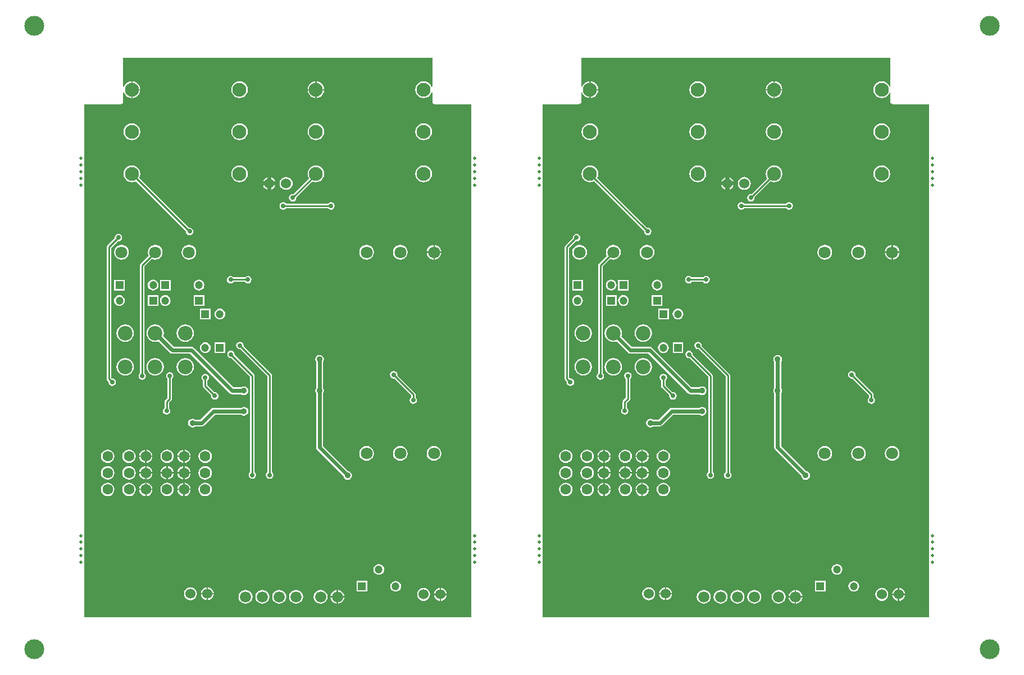
<source format=gbl>
G04*
G04 #@! TF.GenerationSoftware,Altium Limited,Altium Designer,19.1.6 (110)*
G04*
G04 Layer_Physical_Order=2*
G04 Layer_Color=16711680*
%FSLAX25Y25*%
%MOIN*%
G70*
G01*
G75*
%ADD10C,0.11811*%
%ADD29C,0.01000*%
%ADD30C,0.02400*%
%ADD31C,0.01968*%
%ADD32C,0.04724*%
%ADD33R,0.04724X0.04724*%
%ADD34R,0.04724X0.04724*%
%ADD35C,0.06000*%
%ADD36C,0.07087*%
%ADD37C,0.06600*%
%ADD38C,0.08661*%
%ADD39C,0.06299*%
%ADD40C,0.08268*%
%ADD41C,0.02756*%
%ADD42C,0.03500*%
G36*
X519815Y345911D02*
X519315Y345812D01*
X518998Y346576D01*
X518208Y347607D01*
X517177Y348398D01*
X515977Y348895D01*
X514688Y349065D01*
X513401Y348895D01*
X512200Y348398D01*
X511169Y347607D01*
X510379Y346576D01*
X509881Y345376D01*
X509712Y344088D01*
X509881Y342800D01*
X510379Y341600D01*
X511169Y340569D01*
X512200Y339778D01*
X513401Y339281D01*
X514688Y339112D01*
X515977Y339281D01*
X517177Y339778D01*
X518208Y340569D01*
X518998Y341600D01*
X519315Y342365D01*
X519815Y342265D01*
Y336988D01*
X519932Y336403D01*
X520263Y335907D01*
X520759Y335575D01*
X521345Y335459D01*
X542850D01*
Y30699D01*
X313409D01*
Y335459D01*
X334910D01*
X335495Y335575D01*
X335991Y335907D01*
X336322Y336403D01*
X336439Y336988D01*
Y342280D01*
X336939Y342379D01*
X337262Y341600D01*
X338053Y340569D01*
X339083Y339778D01*
X340283Y339281D01*
X341172Y339164D01*
Y344088D01*
Y349012D01*
X340283Y348895D01*
X339083Y348398D01*
X338053Y347607D01*
X337262Y346576D01*
X336939Y345797D01*
X336439Y345897D01*
Y362959D01*
X519815D01*
Y345911D01*
D02*
G37*
G36*
X247945D02*
X247445Y345812D01*
X247128Y346576D01*
X246337Y347607D01*
X245307Y348398D01*
X244106Y348895D01*
X242818Y349065D01*
X241530Y348895D01*
X240330Y348398D01*
X239299Y347607D01*
X238509Y346576D01*
X238011Y345376D01*
X237842Y344088D01*
X238011Y342800D01*
X238509Y341600D01*
X239299Y340569D01*
X240330Y339778D01*
X241530Y339281D01*
X242818Y339112D01*
X244106Y339281D01*
X245307Y339778D01*
X246337Y340569D01*
X247128Y341600D01*
X247445Y342365D01*
X247945Y342265D01*
Y336988D01*
X248061Y336403D01*
X248393Y335907D01*
X248889Y335575D01*
X249475Y335459D01*
X270980D01*
Y30699D01*
X41539D01*
Y335459D01*
X63039D01*
X63625Y335575D01*
X64121Y335907D01*
X64452Y336403D01*
X64569Y336988D01*
Y342280D01*
X65069Y342379D01*
X65392Y341600D01*
X66182Y340569D01*
X67213Y339778D01*
X68413Y339281D01*
X69301Y339164D01*
Y344088D01*
Y349012D01*
X68413Y348895D01*
X67213Y348398D01*
X66182Y347607D01*
X65392Y346576D01*
X65069Y345797D01*
X64569Y345897D01*
Y362959D01*
X247945D01*
Y345911D01*
D02*
G37*
%LPC*%
G36*
X451191Y349012D02*
Y344488D01*
X455714D01*
X455597Y345376D01*
X455100Y346576D01*
X454310Y347607D01*
X453279Y348398D01*
X452078Y348895D01*
X451191Y349012D01*
D02*
G37*
G36*
X341971D02*
Y344488D01*
X346495D01*
X346378Y345376D01*
X345881Y346576D01*
X345091Y347607D01*
X344060Y348398D01*
X342860Y348895D01*
X341971Y349012D01*
D02*
G37*
G36*
X450390D02*
X449503Y348895D01*
X448302Y348398D01*
X447272Y347607D01*
X446481Y346576D01*
X445984Y345376D01*
X445867Y344488D01*
X450390D01*
Y349012D01*
D02*
G37*
G36*
X455714Y343688D02*
X451191D01*
Y339164D01*
X452078Y339281D01*
X453279Y339778D01*
X454310Y340569D01*
X455100Y341600D01*
X455597Y342800D01*
X455714Y343688D01*
D02*
G37*
G36*
X346495D02*
X341971D01*
Y339164D01*
X342860Y339281D01*
X344060Y339778D01*
X345091Y340569D01*
X345881Y341600D01*
X346378Y342800D01*
X346495Y343688D01*
D02*
G37*
G36*
X450390D02*
X445867D01*
X445984Y342800D01*
X446481Y341600D01*
X447272Y340569D01*
X448302Y339778D01*
X449503Y339281D01*
X450390Y339164D01*
Y343688D01*
D02*
G37*
G36*
X405470Y349065D02*
X404181Y348895D01*
X402981Y348398D01*
X401951Y347607D01*
X401160Y346576D01*
X400663Y345376D01*
X400493Y344088D01*
X400663Y342800D01*
X401160Y341600D01*
X401951Y340569D01*
X402981Y339778D01*
X404181Y339281D01*
X405470Y339112D01*
X406757Y339281D01*
X407958Y339778D01*
X408989Y340569D01*
X409779Y341600D01*
X410277Y342800D01*
X410446Y344088D01*
X410277Y345376D01*
X409779Y346576D01*
X408989Y347607D01*
X407958Y348398D01*
X406757Y348895D01*
X405470Y349065D01*
D02*
G37*
G36*
X514688Y324065D02*
X513401Y323895D01*
X512200Y323398D01*
X511169Y322607D01*
X510379Y321576D01*
X509881Y320376D01*
X509712Y319088D01*
X509881Y317800D01*
X510379Y316600D01*
X511169Y315569D01*
X512200Y314778D01*
X513401Y314281D01*
X514688Y314112D01*
X515977Y314281D01*
X517177Y314778D01*
X518208Y315569D01*
X518998Y316600D01*
X519495Y317800D01*
X519665Y319088D01*
X519495Y320376D01*
X518998Y321576D01*
X518208Y322607D01*
X517177Y323398D01*
X515977Y323895D01*
X514688Y324065D01*
D02*
G37*
G36*
X450791D02*
X449503Y323895D01*
X448302Y323398D01*
X447272Y322607D01*
X446481Y321576D01*
X445984Y320376D01*
X445814Y319088D01*
X445984Y317800D01*
X446481Y316600D01*
X447272Y315569D01*
X448302Y314778D01*
X449503Y314281D01*
X450791Y314112D01*
X452078Y314281D01*
X453279Y314778D01*
X454310Y315569D01*
X455100Y316600D01*
X455597Y317800D01*
X455767Y319088D01*
X455597Y320376D01*
X455100Y321576D01*
X454310Y322607D01*
X453279Y323398D01*
X452078Y323895D01*
X450791Y324065D01*
D02*
G37*
G36*
X405470D02*
X404181Y323895D01*
X402981Y323398D01*
X401951Y322607D01*
X401160Y321576D01*
X400663Y320376D01*
X400493Y319088D01*
X400663Y317800D01*
X401160Y316600D01*
X401951Y315569D01*
X402981Y314778D01*
X404181Y314281D01*
X405470Y314112D01*
X406757Y314281D01*
X407958Y314778D01*
X408989Y315569D01*
X409779Y316600D01*
X410277Y317800D01*
X410446Y319088D01*
X410277Y320376D01*
X409779Y321576D01*
X408989Y322607D01*
X407958Y323398D01*
X406757Y323895D01*
X405470Y324065D01*
D02*
G37*
G36*
X341571D02*
X340283Y323895D01*
X339083Y323398D01*
X338053Y322607D01*
X337262Y321576D01*
X336765Y320376D01*
X336595Y319088D01*
X336765Y317800D01*
X337262Y316600D01*
X338053Y315569D01*
X339083Y314778D01*
X340283Y314281D01*
X341571Y314112D01*
X342860Y314281D01*
X344060Y314778D01*
X345091Y315569D01*
X345881Y316600D01*
X346378Y317800D01*
X346548Y319088D01*
X346378Y320376D01*
X345881Y321576D01*
X345091Y322607D01*
X344060Y323398D01*
X342860Y323895D01*
X341571Y324065D01*
D02*
G37*
G36*
X424320Y292037D02*
Y289621D01*
X426736D01*
X426439Y290338D01*
X425830Y291131D01*
X425036Y291741D01*
X424320Y292037D01*
D02*
G37*
G36*
X421920Y292037D02*
X421203Y291741D01*
X420409Y291131D01*
X419800Y290338D01*
X419504Y289621D01*
X421920D01*
Y292037D01*
D02*
G37*
G36*
X514688Y299065D02*
X513401Y298895D01*
X512200Y298398D01*
X511169Y297607D01*
X510379Y296576D01*
X509881Y295376D01*
X509712Y294088D01*
X509881Y292800D01*
X510379Y291600D01*
X511169Y290569D01*
X512200Y289778D01*
X513401Y289281D01*
X514688Y289112D01*
X515977Y289281D01*
X517177Y289778D01*
X518208Y290569D01*
X518998Y291600D01*
X519495Y292800D01*
X519665Y294088D01*
X519495Y295376D01*
X518998Y296576D01*
X518208Y297607D01*
X517177Y298398D01*
X515977Y298895D01*
X514688Y299065D01*
D02*
G37*
G36*
X450791D02*
X449503Y298895D01*
X448302Y298398D01*
X447272Y297607D01*
X446481Y296576D01*
X445984Y295376D01*
X445814Y294088D01*
X445984Y292800D01*
X446481Y291600D01*
X446626Y291411D01*
X437279Y282065D01*
X436991Y282122D01*
X436141Y281953D01*
X435420Y281472D01*
X434939Y280751D01*
X434770Y279902D01*
X434939Y279052D01*
X435420Y278331D01*
X436141Y277850D01*
X436991Y277681D01*
X437840Y277850D01*
X438561Y278331D01*
X439042Y279052D01*
X439211Y279902D01*
X439154Y280190D01*
X448613Y289650D01*
X449503Y289281D01*
X450791Y289112D01*
X452078Y289281D01*
X453279Y289778D01*
X454310Y290569D01*
X455100Y291600D01*
X455597Y292800D01*
X455767Y294088D01*
X455597Y295376D01*
X455100Y296576D01*
X454310Y297607D01*
X453279Y298398D01*
X452078Y298895D01*
X450791Y299065D01*
D02*
G37*
G36*
X405470D02*
X404181Y298895D01*
X402981Y298398D01*
X401951Y297607D01*
X401160Y296576D01*
X400663Y295376D01*
X400493Y294088D01*
X400663Y292800D01*
X401160Y291600D01*
X401951Y290569D01*
X402981Y289778D01*
X404181Y289281D01*
X405470Y289112D01*
X406757Y289281D01*
X407958Y289778D01*
X408989Y290569D01*
X409779Y291600D01*
X410277Y292800D01*
X410446Y294088D01*
X410277Y295376D01*
X409779Y296576D01*
X408989Y297607D01*
X407958Y298398D01*
X406757Y298895D01*
X405470Y299065D01*
D02*
G37*
G36*
X426736Y287221D02*
X424320D01*
Y284805D01*
X425036Y285102D01*
X425830Y285711D01*
X426439Y286505D01*
X426736Y287221D01*
D02*
G37*
G36*
X421920D02*
X419504D01*
X419800Y286505D01*
X420409Y285711D01*
X421203Y285102D01*
X421920Y284805D01*
Y287221D01*
D02*
G37*
G36*
X433120Y292254D02*
X432128Y292124D01*
X431203Y291741D01*
X430409Y291131D01*
X429800Y290338D01*
X429418Y289413D01*
X429287Y288421D01*
X429418Y287429D01*
X429800Y286505D01*
X430409Y285711D01*
X431203Y285102D01*
X432128Y284719D01*
X433120Y284589D01*
X434112Y284719D01*
X435036Y285102D01*
X435830Y285711D01*
X436439Y286505D01*
X436822Y287429D01*
X436952Y288421D01*
X436822Y289413D01*
X436439Y290338D01*
X435830Y291131D01*
X435036Y291741D01*
X434112Y292124D01*
X433120Y292254D01*
D02*
G37*
G36*
X459730Y277292D02*
X458880Y277123D01*
X458160Y276642D01*
X457996Y276397D01*
X433102D01*
X432938Y276642D01*
X432218Y277123D01*
X431368Y277292D01*
X430518Y277123D01*
X429798Y276642D01*
X429316Y275921D01*
X429147Y275072D01*
X429316Y274222D01*
X429798Y273501D01*
X430518Y273020D01*
X431368Y272851D01*
X432218Y273020D01*
X432938Y273501D01*
X433102Y273746D01*
X457996D01*
X458160Y273501D01*
X458880Y273020D01*
X459730Y272851D01*
X460580Y273020D01*
X461300Y273501D01*
X461782Y274222D01*
X461951Y275072D01*
X461782Y275921D01*
X461300Y276642D01*
X460580Y277123D01*
X459730Y277292D01*
D02*
G37*
G36*
X341571Y299065D02*
X340283Y298895D01*
X339083Y298398D01*
X338053Y297607D01*
X337262Y296576D01*
X336765Y295376D01*
X336595Y294088D01*
X336765Y292800D01*
X337262Y291600D01*
X338053Y290569D01*
X339083Y289778D01*
X340283Y289281D01*
X341571Y289112D01*
X342860Y289281D01*
X344022Y289763D01*
X373680Y260105D01*
X373635Y259878D01*
X373804Y259028D01*
X374286Y258308D01*
X375006Y257826D01*
X375856Y257657D01*
X376706Y257826D01*
X377426Y258308D01*
X377907Y259028D01*
X378077Y259878D01*
X377907Y260728D01*
X377426Y261448D01*
X376706Y261930D01*
X375856Y262099D01*
X375505Y262029D01*
X345897Y291637D01*
X346378Y292800D01*
X346548Y294088D01*
X346378Y295376D01*
X345881Y296576D01*
X345091Y297607D01*
X344060Y298398D01*
X342860Y298895D01*
X341571Y299065D01*
D02*
G37*
G36*
X333579Y258457D02*
X332729Y258288D01*
X332009Y257806D01*
X331527Y257086D01*
X331358Y256236D01*
X331416Y255948D01*
X326986Y251517D01*
X326698Y251087D01*
X326597Y250580D01*
Y172280D01*
X326698Y171772D01*
X326986Y171342D01*
X327728Y170600D01*
X327671Y170311D01*
X327840Y169461D01*
X328321Y168741D01*
X329042Y168260D01*
X329891Y168090D01*
X330741Y168260D01*
X331462Y168741D01*
X331943Y169461D01*
X332112Y170311D01*
X331943Y171161D01*
X331462Y171881D01*
X330741Y172363D01*
X329891Y172532D01*
X329603Y172474D01*
X329248Y172829D01*
Y250031D01*
X333290Y254073D01*
X333579Y254016D01*
X334429Y254185D01*
X335149Y254666D01*
X335631Y255386D01*
X335800Y256236D01*
X335631Y257086D01*
X335149Y257806D01*
X334429Y258288D01*
X333579Y258457D01*
D02*
G37*
G36*
X521279Y251817D02*
Y247888D01*
X525208D01*
X525111Y248622D01*
X524674Y249679D01*
X523977Y250586D01*
X523070Y251282D01*
X522013Y251720D01*
X521279Y251817D01*
D02*
G37*
G36*
X520479D02*
X519746Y251720D01*
X518689Y251282D01*
X517782Y250586D01*
X517086Y249679D01*
X516648Y248622D01*
X516551Y247888D01*
X520479D01*
Y251817D01*
D02*
G37*
G36*
X525208Y247088D02*
X521279D01*
Y243160D01*
X522013Y243256D01*
X523070Y243694D01*
X523977Y244390D01*
X524674Y245298D01*
X525111Y246354D01*
X525208Y247088D01*
D02*
G37*
G36*
X520479D02*
X516551D01*
X516648Y246354D01*
X517086Y245298D01*
X517782Y244390D01*
X518689Y243694D01*
X519746Y243256D01*
X520479Y243160D01*
Y247088D01*
D02*
G37*
G36*
X500879Y251869D02*
X499746Y251720D01*
X498689Y251282D01*
X497782Y250586D01*
X497086Y249679D01*
X496648Y248622D01*
X496498Y247488D01*
X496648Y246354D01*
X497086Y245298D01*
X497782Y244390D01*
X498689Y243694D01*
X499746Y243256D01*
X500879Y243107D01*
X502013Y243256D01*
X503070Y243694D01*
X503977Y244390D01*
X504674Y245298D01*
X505111Y246354D01*
X505261Y247488D01*
X505111Y248622D01*
X504674Y249679D01*
X503977Y250586D01*
X503070Y251282D01*
X502013Y251720D01*
X500879Y251869D01*
D02*
G37*
G36*
X480879D02*
X479746Y251720D01*
X478689Y251282D01*
X477782Y250586D01*
X477085Y249679D01*
X476648Y248622D01*
X476499Y247488D01*
X476648Y246354D01*
X477085Y245298D01*
X477782Y244390D01*
X478689Y243694D01*
X479746Y243256D01*
X480879Y243107D01*
X482013Y243256D01*
X483070Y243694D01*
X483977Y244390D01*
X484674Y245298D01*
X485111Y246354D01*
X485260Y247488D01*
X485111Y248622D01*
X484674Y249679D01*
X483977Y250586D01*
X483070Y251282D01*
X482013Y251720D01*
X480879Y251869D01*
D02*
G37*
G36*
X375379D02*
X374246Y251720D01*
X373189Y251282D01*
X372282Y250586D01*
X371585Y249679D01*
X371148Y248622D01*
X370999Y247488D01*
X371148Y246354D01*
X371585Y245298D01*
X372282Y244390D01*
X373189Y243694D01*
X374246Y243256D01*
X375379Y243107D01*
X376513Y243256D01*
X377570Y243694D01*
X378477Y244390D01*
X379174Y245298D01*
X379611Y246354D01*
X379761Y247488D01*
X379611Y248622D01*
X379174Y249679D01*
X378477Y250586D01*
X377570Y251282D01*
X376513Y251720D01*
X375379Y251869D01*
D02*
G37*
G36*
X355380D02*
X354246Y251720D01*
X353189Y251282D01*
X352282Y250586D01*
X351586Y249679D01*
X351148Y248622D01*
X350998Y247488D01*
X351148Y246354D01*
X351506Y245489D01*
X346769Y240752D01*
X346482Y240322D01*
X346381Y239815D01*
Y175676D01*
X346136Y175512D01*
X345654Y174791D01*
X345485Y173942D01*
X345654Y173092D01*
X346136Y172371D01*
X346856Y171890D01*
X347706Y171721D01*
X348556Y171890D01*
X349276Y172371D01*
X349758Y173092D01*
X349926Y173942D01*
X349758Y174791D01*
X349276Y175512D01*
X349032Y175675D01*
Y239266D01*
X353381Y243615D01*
X354246Y243256D01*
X355380Y243107D01*
X356513Y243256D01*
X357570Y243694D01*
X358477Y244390D01*
X359174Y245298D01*
X359611Y246354D01*
X359760Y247488D01*
X359611Y248622D01*
X359174Y249679D01*
X358477Y250586D01*
X357570Y251282D01*
X356513Y251720D01*
X355380Y251869D01*
D02*
G37*
G36*
X335380D02*
X334246Y251720D01*
X333189Y251282D01*
X332282Y250586D01*
X331586Y249679D01*
X331148Y248622D01*
X330998Y247488D01*
X331148Y246354D01*
X331586Y245298D01*
X332282Y244390D01*
X333189Y243694D01*
X334246Y243256D01*
X335380Y243107D01*
X336513Y243256D01*
X337570Y243694D01*
X338477Y244390D01*
X339174Y245298D01*
X339611Y246354D01*
X339760Y247488D01*
X339611Y248622D01*
X339174Y249679D01*
X338477Y250586D01*
X337570Y251282D01*
X336513Y251720D01*
X335380Y251869D01*
D02*
G37*
G36*
X410403Y233457D02*
X409553Y233288D01*
X408833Y232806D01*
X408669Y232562D01*
X401901D01*
X401737Y232806D01*
X401017Y233288D01*
X400167Y233457D01*
X399317Y233288D01*
X398597Y232806D01*
X398115Y232086D01*
X397946Y231236D01*
X398115Y230386D01*
X398597Y229666D01*
X399317Y229185D01*
X400167Y229016D01*
X401017Y229185D01*
X401737Y229666D01*
X401901Y229911D01*
X408669D01*
X408833Y229666D01*
X409553Y229185D01*
X410403Y229016D01*
X411253Y229185D01*
X411973Y229666D01*
X412455Y230386D01*
X412624Y231236D01*
X412455Y232086D01*
X411973Y232806D01*
X411253Y233288D01*
X410403Y233457D01*
D02*
G37*
G36*
X364549Y231174D02*
X358225D01*
Y224850D01*
X364549D01*
Y231174D01*
D02*
G37*
G36*
X337305D02*
X330981D01*
Y224850D01*
X337305D01*
Y231174D01*
D02*
G37*
G36*
X381387Y231201D02*
X380562Y231092D01*
X379793Y230774D01*
X379132Y230267D01*
X378625Y229607D01*
X378307Y228837D01*
X378198Y228012D01*
X378307Y227186D01*
X378625Y226417D01*
X379132Y225757D01*
X379793Y225250D01*
X380562Y224931D01*
X381387Y224822D01*
X382213Y224931D01*
X382982Y225250D01*
X383643Y225757D01*
X384149Y226417D01*
X384468Y227186D01*
X384577Y228012D01*
X384468Y228837D01*
X384149Y229607D01*
X383643Y230267D01*
X382982Y230774D01*
X382213Y231092D01*
X381387Y231201D01*
D02*
G37*
G36*
X354143D02*
X353318Y231092D01*
X352549Y230774D01*
X351888Y230267D01*
X351381Y229607D01*
X351063Y228837D01*
X350954Y228012D01*
X351063Y227186D01*
X351381Y226417D01*
X351888Y225757D01*
X352549Y225250D01*
X353318Y224931D01*
X354143Y224822D01*
X354969Y224931D01*
X355738Y225250D01*
X356399Y225757D01*
X356905Y226417D01*
X357224Y227186D01*
X357333Y228012D01*
X357224Y228837D01*
X356905Y229607D01*
X356399Y230267D01*
X355738Y230774D01*
X354969Y231092D01*
X354143Y231201D01*
D02*
G37*
G36*
X384549Y221997D02*
X378225D01*
Y215673D01*
X384549D01*
Y221997D01*
D02*
G37*
G36*
X357305D02*
X350981D01*
Y215673D01*
X357305D01*
Y221997D01*
D02*
G37*
G36*
X361387Y222024D02*
X360562Y221915D01*
X359793Y221597D01*
X359132Y221090D01*
X358625Y220429D01*
X358307Y219660D01*
X358198Y218835D01*
X358307Y218009D01*
X358625Y217240D01*
X359132Y216580D01*
X359793Y216073D01*
X360562Y215754D01*
X361387Y215645D01*
X362213Y215754D01*
X362982Y216073D01*
X363643Y216580D01*
X364149Y217240D01*
X364468Y218009D01*
X364577Y218835D01*
X364468Y219660D01*
X364149Y220429D01*
X363643Y221090D01*
X362982Y221597D01*
X362213Y221915D01*
X361387Y222024D01*
D02*
G37*
G36*
X334143D02*
X333318Y221915D01*
X332549Y221597D01*
X331888Y221090D01*
X331381Y220429D01*
X331063Y219660D01*
X330954Y218835D01*
X331063Y218009D01*
X331381Y217240D01*
X331888Y216580D01*
X332549Y216073D01*
X333318Y215754D01*
X334143Y215645D01*
X334969Y215754D01*
X335738Y216073D01*
X336399Y216580D01*
X336905Y217240D01*
X337224Y218009D01*
X337333Y218835D01*
X337224Y219660D01*
X336905Y220429D01*
X336399Y221090D01*
X335738Y221597D01*
X334969Y221915D01*
X334143Y222024D01*
D02*
G37*
G36*
X388270Y213985D02*
X381946D01*
Y207661D01*
X388270D01*
Y213985D01*
D02*
G37*
G36*
X393769Y214012D02*
X392944Y213903D01*
X392175Y213585D01*
X391514Y213078D01*
X391007Y212418D01*
X390689Y211648D01*
X390580Y210823D01*
X390689Y209997D01*
X391007Y209228D01*
X391514Y208568D01*
X392175Y208061D01*
X392944Y207742D01*
X393769Y207634D01*
X394595Y207742D01*
X395364Y208061D01*
X396024Y208568D01*
X396531Y209228D01*
X396850Y209997D01*
X396959Y210823D01*
X396850Y211648D01*
X396531Y212418D01*
X396024Y213078D01*
X395364Y213585D01*
X394595Y213903D01*
X393769Y214012D01*
D02*
G37*
G36*
X373180Y204625D02*
X371840Y204449D01*
X370592Y203932D01*
X369520Y203110D01*
X368698Y202038D01*
X368181Y200790D01*
X368004Y199450D01*
X368181Y198111D01*
X368698Y196863D01*
X369520Y195791D01*
X370592Y194969D01*
X371840Y194452D01*
X373180Y194275D01*
X374519Y194452D01*
X375767Y194969D01*
X376839Y195791D01*
X377661Y196863D01*
X378178Y198111D01*
X378355Y199450D01*
X378178Y200790D01*
X377661Y202038D01*
X376839Y203110D01*
X375767Y203932D01*
X374519Y204449D01*
X373180Y204625D01*
D02*
G37*
G36*
X337579D02*
X336240Y204449D01*
X334992Y203932D01*
X333920Y203110D01*
X333098Y202038D01*
X332581Y200790D01*
X332404Y199450D01*
X332581Y198111D01*
X333098Y196863D01*
X333920Y195791D01*
X334992Y194969D01*
X336240Y194452D01*
X337579Y194275D01*
X338919Y194452D01*
X340167Y194969D01*
X341239Y195791D01*
X342061Y196863D01*
X342578Y198111D01*
X342755Y199450D01*
X342578Y200790D01*
X342061Y202038D01*
X341239Y203110D01*
X340167Y203932D01*
X338919Y204449D01*
X337579Y204625D01*
D02*
G37*
G36*
X396931Y193985D02*
X390607D01*
Y187661D01*
X396931D01*
Y193985D01*
D02*
G37*
G36*
X385108Y194012D02*
X384282Y193904D01*
X383513Y193585D01*
X382853Y193078D01*
X382346Y192418D01*
X382027Y191648D01*
X381919Y190823D01*
X382027Y189997D01*
X382346Y189228D01*
X382853Y188568D01*
X383513Y188061D01*
X384282Y187742D01*
X385108Y187634D01*
X385933Y187742D01*
X386702Y188061D01*
X387363Y188568D01*
X387870Y189228D01*
X388189Y189997D01*
X388297Y190823D01*
X388189Y191648D01*
X387870Y192418D01*
X387363Y193078D01*
X386702Y193585D01*
X385933Y193904D01*
X385108Y194012D01*
D02*
G37*
G36*
X373180Y184625D02*
X371840Y184449D01*
X370592Y183932D01*
X369520Y183109D01*
X368698Y182038D01*
X368181Y180790D01*
X368004Y179450D01*
X368181Y178111D01*
X368698Y176863D01*
X369520Y175791D01*
X370592Y174969D01*
X371840Y174452D01*
X373180Y174275D01*
X374519Y174452D01*
X375767Y174969D01*
X376839Y175791D01*
X377661Y176863D01*
X378178Y178111D01*
X378355Y179450D01*
X378178Y180790D01*
X377661Y182038D01*
X376839Y183109D01*
X375767Y183932D01*
X374519Y184449D01*
X373180Y184625D01*
D02*
G37*
G36*
X355380D02*
X354040Y184449D01*
X352792Y183932D01*
X351720Y183109D01*
X350898Y182038D01*
X350381Y180790D01*
X350204Y179450D01*
X350381Y178111D01*
X350898Y176863D01*
X351720Y175791D01*
X352792Y174969D01*
X354040Y174452D01*
X355380Y174275D01*
X356719Y174452D01*
X357967Y174969D01*
X359039Y175791D01*
X359861Y176863D01*
X360378Y178111D01*
X360555Y179450D01*
X360378Y180790D01*
X359861Y182038D01*
X359039Y183109D01*
X357967Y183932D01*
X356719Y184449D01*
X355380Y184625D01*
D02*
G37*
G36*
X337579D02*
X336240Y184449D01*
X334992Y183932D01*
X333920Y183109D01*
X333098Y182038D01*
X332581Y180790D01*
X332404Y179450D01*
X332581Y178111D01*
X333098Y176863D01*
X333920Y175791D01*
X334992Y174969D01*
X336240Y174452D01*
X337579Y174275D01*
X338919Y174452D01*
X340167Y174969D01*
X341239Y175791D01*
X342061Y176863D01*
X342578Y178111D01*
X342755Y179450D01*
X342578Y180790D01*
X342061Y182038D01*
X341239Y183109D01*
X340167Y183932D01*
X338919Y184449D01*
X337579Y184625D01*
D02*
G37*
G36*
X355380Y204625D02*
X354040Y204449D01*
X352792Y203932D01*
X351720Y203110D01*
X350898Y202038D01*
X350381Y200790D01*
X350204Y199450D01*
X350381Y198111D01*
X350898Y196863D01*
X351720Y195791D01*
X352792Y194969D01*
X354040Y194452D01*
X355380Y194275D01*
X356719Y194452D01*
X357267Y194679D01*
X364081Y187865D01*
X364742Y187423D01*
X365523Y187268D01*
X376094D01*
X399266Y164095D01*
X399266Y164095D01*
X399611Y163751D01*
X400272Y163309D01*
X401053Y163154D01*
X406578D01*
X407121Y162791D01*
X408116Y162593D01*
X409111Y162791D01*
X409955Y163355D01*
X410518Y164198D01*
X410716Y165193D01*
X410518Y166188D01*
X409955Y167032D01*
X409111Y167595D01*
X408116Y167793D01*
X407121Y167595D01*
X406578Y167232D01*
X401897D01*
X378380Y190749D01*
X377719Y191191D01*
X376939Y191346D01*
X366367D01*
X360151Y197563D01*
X360378Y198111D01*
X360555Y199450D01*
X360378Y200790D01*
X359861Y202038D01*
X359039Y203110D01*
X357967Y203932D01*
X356719Y204449D01*
X355380Y204625D01*
D02*
G37*
G36*
X385108Y175288D02*
X384258Y175119D01*
X383538Y174637D01*
X383056Y173917D01*
X382887Y173067D01*
X383056Y172217D01*
X383538Y171497D01*
X383782Y171333D01*
Y167912D01*
X383883Y167405D01*
X384171Y166975D01*
X388616Y162529D01*
X388559Y162240D01*
X388728Y161390D01*
X389209Y160670D01*
X389930Y160189D01*
X390779Y160020D01*
X391629Y160189D01*
X392350Y160670D01*
X392831Y161390D01*
X393000Y162240D01*
X392831Y163090D01*
X392350Y163810D01*
X391629Y164292D01*
X390779Y164461D01*
X390491Y164403D01*
X386433Y168461D01*
Y171333D01*
X386678Y171497D01*
X387159Y172217D01*
X387329Y173067D01*
X387159Y173917D01*
X386678Y174637D01*
X385958Y175119D01*
X385108Y175288D01*
D02*
G37*
G36*
X496919Y176961D02*
X496069Y176792D01*
X495349Y176310D01*
X494867Y175590D01*
X494698Y174740D01*
X494867Y173890D01*
X495349Y173170D01*
X496069Y172689D01*
X496919Y172520D01*
X497208Y172577D01*
X507208Y162577D01*
Y161317D01*
X506963Y161153D01*
X506482Y160433D01*
X506312Y159583D01*
X506482Y158733D01*
X506963Y158012D01*
X507683Y157531D01*
X508533Y157362D01*
X509383Y157531D01*
X510103Y158012D01*
X510585Y158733D01*
X510754Y159583D01*
X510585Y160433D01*
X510103Y161153D01*
X509859Y161317D01*
Y163126D01*
X509758Y163633D01*
X509470Y164063D01*
X499082Y174451D01*
X499139Y174740D01*
X498971Y175590D01*
X498489Y176310D01*
X497769Y176792D01*
X496919Y176961D01*
D02*
G37*
G36*
X364045Y176272D02*
X363195Y176103D01*
X362475Y175621D01*
X361993Y174901D01*
X361824Y174051D01*
X361993Y173201D01*
X362475Y172481D01*
X362719Y172318D01*
Y161018D01*
X361238Y159536D01*
X360950Y159106D01*
X360849Y158598D01*
Y155017D01*
X360605Y154854D01*
X360123Y154133D01*
X359954Y153284D01*
X360123Y152434D01*
X360605Y151713D01*
X361325Y151232D01*
X362175Y151063D01*
X363025Y151232D01*
X363745Y151713D01*
X364226Y152434D01*
X364395Y153284D01*
X364226Y154133D01*
X363745Y154854D01*
X363500Y155017D01*
Y158049D01*
X364982Y159531D01*
X365269Y159961D01*
X365370Y160468D01*
Y172318D01*
X365615Y172481D01*
X366096Y173201D01*
X366266Y174051D01*
X366096Y174901D01*
X365615Y175621D01*
X364895Y176103D01*
X364045Y176272D01*
D02*
G37*
G36*
X408116Y155687D02*
X407121Y155489D01*
X406578Y155126D01*
X390128D01*
X389347Y154971D01*
X388686Y154529D01*
X382295Y148138D01*
X379067D01*
X378524Y148501D01*
X377529Y148698D01*
X376534Y148501D01*
X375691Y147937D01*
X375127Y147093D01*
X374929Y146098D01*
X375127Y145104D01*
X375691Y144260D01*
X376534Y143696D01*
X377529Y143499D01*
X378524Y143696D01*
X379067Y144059D01*
X383021D01*
X383120Y144040D01*
X383900Y144195D01*
X384562Y144637D01*
X390972Y151048D01*
X406578D01*
X407121Y150685D01*
X408116Y150487D01*
X409111Y150685D01*
X409955Y151248D01*
X410518Y152092D01*
X410716Y153087D01*
X410518Y154082D01*
X409955Y154925D01*
X409111Y155489D01*
X408116Y155687D01*
D02*
G37*
G36*
X372909Y130246D02*
Y126715D01*
X376440D01*
X376357Y127346D01*
X375959Y128307D01*
X375326Y129132D01*
X374501Y129765D01*
X373540Y130163D01*
X372909Y130246D01*
D02*
G37*
G36*
X350272D02*
Y126715D01*
X353803D01*
X353719Y127346D01*
X353322Y128307D01*
X352689Y129132D01*
X351863Y129765D01*
X350903Y130163D01*
X350272Y130246D01*
D02*
G37*
G36*
X372110D02*
X371479Y130163D01*
X370518Y129765D01*
X369693Y129132D01*
X369060Y128307D01*
X368662Y127346D01*
X368579Y126715D01*
X372110D01*
Y130246D01*
D02*
G37*
G36*
X349472D02*
X348841Y130163D01*
X347880Y129765D01*
X347055Y129132D01*
X346422Y128307D01*
X346024Y127346D01*
X345941Y126715D01*
X349472D01*
Y130246D01*
D02*
G37*
G36*
X520880Y132369D02*
X519746Y132220D01*
X518689Y131782D01*
X517782Y131086D01*
X517086Y130179D01*
X516648Y129122D01*
X516499Y127988D01*
X516648Y126854D01*
X517086Y125798D01*
X517782Y124890D01*
X518689Y124194D01*
X519746Y123757D01*
X520880Y123607D01*
X522013Y123757D01*
X523070Y124194D01*
X523977Y124890D01*
X524674Y125798D01*
X525111Y126854D01*
X525260Y127988D01*
X525111Y129122D01*
X524674Y130179D01*
X523977Y131086D01*
X523070Y131782D01*
X522013Y132220D01*
X520880Y132369D01*
D02*
G37*
G36*
X500879D02*
X499746Y132220D01*
X498689Y131782D01*
X497782Y131086D01*
X497086Y130179D01*
X496648Y129122D01*
X496498Y127988D01*
X496648Y126854D01*
X497086Y125798D01*
X497782Y124890D01*
X498689Y124194D01*
X499746Y123757D01*
X500879Y123607D01*
X502013Y123757D01*
X503070Y124194D01*
X503977Y124890D01*
X504674Y125798D01*
X505111Y126854D01*
X505261Y127988D01*
X505111Y129122D01*
X504674Y130179D01*
X503977Y131086D01*
X503070Y131782D01*
X502013Y132220D01*
X500879Y132369D01*
D02*
G37*
G36*
X480879D02*
X479746Y132220D01*
X478689Y131782D01*
X477782Y131086D01*
X477085Y130179D01*
X476648Y129122D01*
X476499Y127988D01*
X476648Y126854D01*
X477085Y125798D01*
X477782Y124890D01*
X478689Y124194D01*
X479746Y123757D01*
X480879Y123607D01*
X482013Y123757D01*
X483070Y124194D01*
X483977Y124890D01*
X484674Y125798D01*
X485111Y126854D01*
X485260Y127988D01*
X485111Y129122D01*
X484674Y130179D01*
X483977Y131086D01*
X483070Y131782D01*
X482013Y132220D01*
X480879Y132369D01*
D02*
G37*
G36*
X376440Y125915D02*
X372909D01*
Y122384D01*
X373540Y122467D01*
X374501Y122865D01*
X375326Y123498D01*
X375959Y124323D01*
X376357Y125284D01*
X376440Y125915D01*
D02*
G37*
G36*
X353803D02*
X350272D01*
Y122384D01*
X350903Y122467D01*
X351863Y122865D01*
X352689Y123498D01*
X353322Y124323D01*
X353719Y125284D01*
X353803Y125915D01*
D02*
G37*
G36*
X372110D02*
X368579D01*
X368662Y125284D01*
X369060Y124323D01*
X369693Y123498D01*
X370518Y122865D01*
X371479Y122467D01*
X372110Y122384D01*
Y125915D01*
D02*
G37*
G36*
X349472D02*
X345941D01*
X346024Y125284D01*
X346422Y124323D01*
X347055Y123498D01*
X347880Y122865D01*
X348841Y122467D01*
X349472Y122384D01*
Y125915D01*
D02*
G37*
G36*
X339832Y130299D02*
X338801Y130163D01*
X337841Y129765D01*
X337016Y129132D01*
X336382Y128307D01*
X335984Y127346D01*
X335849Y126315D01*
X335984Y125284D01*
X336382Y124323D01*
X337016Y123498D01*
X337841Y122865D01*
X338801Y122467D01*
X339832Y122331D01*
X340863Y122467D01*
X341824Y122865D01*
X342649Y123498D01*
X343282Y124323D01*
X343680Y125284D01*
X343816Y126315D01*
X343680Y127346D01*
X343282Y128307D01*
X342649Y129132D01*
X341824Y129765D01*
X340863Y130163D01*
X339832Y130299D01*
D02*
G37*
G36*
X327234D02*
X326203Y130163D01*
X325242Y129765D01*
X324417Y129132D01*
X323784Y128307D01*
X323386Y127346D01*
X323250Y126315D01*
X323386Y125284D01*
X323784Y124323D01*
X324417Y123498D01*
X325242Y122865D01*
X326203Y122467D01*
X327234Y122331D01*
X328265Y122467D01*
X329226Y122865D01*
X330051Y123498D01*
X330684Y124323D01*
X331082Y125284D01*
X331217Y126315D01*
X331082Y127346D01*
X330684Y128307D01*
X330051Y129132D01*
X329226Y129765D01*
X328265Y130163D01*
X327234Y130299D01*
D02*
G37*
G36*
X385108Y130298D02*
X384077Y130163D01*
X383116Y129765D01*
X382291Y129132D01*
X381658Y128307D01*
X381260Y127346D01*
X381124Y126315D01*
X381260Y125284D01*
X381658Y124323D01*
X382291Y123498D01*
X383116Y122865D01*
X384077Y122467D01*
X385108Y122331D01*
X386139Y122467D01*
X387100Y122865D01*
X387925Y123498D01*
X388558Y124323D01*
X388956Y125284D01*
X389091Y126315D01*
X388956Y127346D01*
X388558Y128307D01*
X387925Y129132D01*
X387100Y129765D01*
X386139Y130163D01*
X385108Y130298D01*
D02*
G37*
G36*
X362470D02*
X361439Y130163D01*
X360478Y129765D01*
X359653Y129132D01*
X359020Y128307D01*
X358622Y127346D01*
X358487Y126315D01*
X358622Y125284D01*
X359020Y124323D01*
X359653Y123498D01*
X360478Y122865D01*
X361439Y122467D01*
X362470Y122331D01*
X363501Y122467D01*
X364462Y122865D01*
X365287Y123498D01*
X365920Y124323D01*
X366318Y125284D01*
X366454Y126315D01*
X366318Y127346D01*
X365920Y128307D01*
X365287Y129132D01*
X364462Y129765D01*
X363501Y130163D01*
X362470Y130298D01*
D02*
G37*
G36*
X372909Y120403D02*
Y116872D01*
X376440D01*
X376357Y117503D01*
X375959Y118464D01*
X375326Y119289D01*
X374501Y119922D01*
X373540Y120320D01*
X372909Y120403D01*
D02*
G37*
G36*
X362870D02*
Y116872D01*
X366401D01*
X366318Y117503D01*
X365920Y118464D01*
X365287Y119289D01*
X364462Y119922D01*
X363501Y120320D01*
X362870Y120403D01*
D02*
G37*
G36*
X350272D02*
Y116872D01*
X353803D01*
X353719Y117503D01*
X353322Y118464D01*
X352689Y119289D01*
X351863Y119922D01*
X350903Y120320D01*
X350272Y120403D01*
D02*
G37*
G36*
X372110D02*
X371479Y120320D01*
X370518Y119922D01*
X369693Y119289D01*
X369060Y118464D01*
X368662Y117503D01*
X368579Y116872D01*
X372110D01*
Y120403D01*
D02*
G37*
G36*
X362070D02*
X361439Y120320D01*
X360478Y119922D01*
X359653Y119289D01*
X359020Y118464D01*
X358622Y117503D01*
X358539Y116872D01*
X362070D01*
Y120403D01*
D02*
G37*
G36*
X349472D02*
X348841Y120320D01*
X347880Y119922D01*
X347055Y119289D01*
X346422Y118464D01*
X346024Y117503D01*
X345941Y116872D01*
X349472D01*
Y120403D01*
D02*
G37*
G36*
X405679Y194336D02*
X404829Y194167D01*
X404108Y193686D01*
X403627Y192965D01*
X403458Y192116D01*
X403627Y191266D01*
X404108Y190545D01*
X404829Y190064D01*
X405679Y189895D01*
X405967Y189952D01*
X421971Y173948D01*
Y116881D01*
X421727Y116717D01*
X421245Y115997D01*
X421076Y115147D01*
X421245Y114297D01*
X421727Y113577D01*
X422447Y113095D01*
X423297Y112926D01*
X424147Y113095D01*
X424867Y113577D01*
X425348Y114297D01*
X425518Y115147D01*
X425348Y115997D01*
X424867Y116717D01*
X424622Y116881D01*
Y174497D01*
X424521Y175005D01*
X424234Y175435D01*
X407842Y191827D01*
X407899Y192116D01*
X407730Y192965D01*
X407249Y193686D01*
X406529Y194167D01*
X405679Y194336D01*
D02*
G37*
G36*
X400364Y189067D02*
X399514Y188898D01*
X398794Y188417D01*
X398312Y187696D01*
X398143Y186846D01*
X398312Y185997D01*
X398794Y185276D01*
X399514Y184795D01*
X400364Y184626D01*
X400653Y184683D01*
X411712Y173624D01*
Y116864D01*
X411467Y116701D01*
X410986Y115980D01*
X410817Y115131D01*
X410986Y114281D01*
X411467Y113560D01*
X412187Y113079D01*
X413037Y112910D01*
X413887Y113079D01*
X414607Y113560D01*
X415089Y114281D01*
X415258Y115131D01*
X415089Y115980D01*
X414607Y116701D01*
X414363Y116864D01*
Y174173D01*
X414262Y174680D01*
X413975Y175110D01*
X402527Y186558D01*
X402584Y186846D01*
X402415Y187696D01*
X401934Y188417D01*
X401214Y188898D01*
X400364Y189067D01*
D02*
G37*
G36*
X376440Y116072D02*
X372909D01*
Y112541D01*
X373540Y112625D01*
X374501Y113023D01*
X375326Y113656D01*
X375959Y114481D01*
X376357Y115441D01*
X376440Y116072D01*
D02*
G37*
G36*
X366401D02*
X362870D01*
Y112541D01*
X363501Y112625D01*
X364462Y113023D01*
X365287Y113656D01*
X365920Y114481D01*
X366318Y115441D01*
X366401Y116072D01*
D02*
G37*
G36*
X353803D02*
X350272D01*
Y112541D01*
X350903Y112625D01*
X351863Y113023D01*
X352689Y113656D01*
X353322Y114481D01*
X353719Y115441D01*
X353803Y116072D01*
D02*
G37*
G36*
X372110D02*
X368579D01*
X368662Y115441D01*
X369060Y114481D01*
X369693Y113656D01*
X370518Y113023D01*
X371479Y112625D01*
X372110Y112541D01*
Y116072D01*
D02*
G37*
G36*
X362070D02*
X358539D01*
X358622Y115441D01*
X359020Y114481D01*
X359653Y113656D01*
X360478Y113023D01*
X361439Y112625D01*
X362070Y112541D01*
Y116072D01*
D02*
G37*
G36*
X349472D02*
X345941D01*
X346024Y115441D01*
X346422Y114481D01*
X347055Y113656D01*
X347880Y113023D01*
X348841Y112625D01*
X349472Y112541D01*
Y116072D01*
D02*
G37*
G36*
X339832Y120456D02*
X338801Y120320D01*
X337841Y119922D01*
X337016Y119289D01*
X336382Y118464D01*
X335984Y117503D01*
X335849Y116472D01*
X335984Y115441D01*
X336382Y114481D01*
X337016Y113656D01*
X337841Y113023D01*
X338801Y112625D01*
X339832Y112489D01*
X340863Y112625D01*
X341824Y113023D01*
X342649Y113656D01*
X343282Y114481D01*
X343680Y115441D01*
X343816Y116472D01*
X343680Y117503D01*
X343282Y118464D01*
X342649Y119289D01*
X341824Y119922D01*
X340863Y120320D01*
X339832Y120456D01*
D02*
G37*
G36*
X327234D02*
X326203Y120320D01*
X325242Y119922D01*
X324417Y119289D01*
X323784Y118464D01*
X323386Y117503D01*
X323250Y116472D01*
X323386Y115441D01*
X323784Y114481D01*
X324417Y113656D01*
X325242Y113023D01*
X326203Y112625D01*
X327234Y112489D01*
X328265Y112625D01*
X329226Y113023D01*
X330051Y113656D01*
X330684Y114481D01*
X331082Y115441D01*
X331217Y116472D01*
X331082Y117503D01*
X330684Y118464D01*
X330051Y119289D01*
X329226Y119922D01*
X328265Y120320D01*
X327234Y120456D01*
D02*
G37*
G36*
X385108Y120456D02*
X384077Y120320D01*
X383116Y119922D01*
X382291Y119289D01*
X381658Y118464D01*
X381260Y117503D01*
X381124Y116472D01*
X381260Y115441D01*
X381658Y114481D01*
X382291Y113656D01*
X383116Y113023D01*
X384077Y112625D01*
X385108Y112489D01*
X386139Y112625D01*
X387100Y113023D01*
X387925Y113656D01*
X388558Y114481D01*
X388956Y115441D01*
X389091Y116472D01*
X388956Y117503D01*
X388558Y118464D01*
X387925Y119289D01*
X387100Y119922D01*
X386139Y120320D01*
X385108Y120456D01*
D02*
G37*
G36*
X452923Y186457D02*
X451928Y186259D01*
X451084Y185695D01*
X450521Y184852D01*
X450323Y183857D01*
X450521Y182862D01*
X450884Y182319D01*
Y166731D01*
X450521Y166188D01*
X450323Y165193D01*
X450521Y164198D01*
X450884Y163655D01*
Y131532D01*
X451039Y130751D01*
X451481Y130090D01*
X467027Y114543D01*
X467155Y113903D01*
X467718Y113059D01*
X468562Y112496D01*
X469557Y112298D01*
X470552Y112496D01*
X471395Y113059D01*
X471959Y113903D01*
X472157Y114898D01*
X471959Y115893D01*
X471395Y116736D01*
X470552Y117300D01*
X469911Y117427D01*
X454962Y132376D01*
Y163655D01*
X455325Y164198D01*
X455523Y165193D01*
X455325Y166188D01*
X454962Y166731D01*
Y182319D01*
X455325Y182862D01*
X455523Y183857D01*
X455325Y184852D01*
X454761Y185695D01*
X453918Y186259D01*
X452923Y186457D01*
D02*
G37*
G36*
X372909Y110561D02*
Y107030D01*
X376440D01*
X376357Y107661D01*
X375959Y108622D01*
X375326Y109447D01*
X374501Y110080D01*
X373540Y110478D01*
X372909Y110561D01*
D02*
G37*
G36*
X350272D02*
Y107030D01*
X353803D01*
X353719Y107661D01*
X353322Y108622D01*
X352689Y109447D01*
X351863Y110080D01*
X350903Y110478D01*
X350272Y110561D01*
D02*
G37*
G36*
X372110D02*
X371479Y110478D01*
X370518Y110080D01*
X369693Y109447D01*
X369060Y108622D01*
X368662Y107661D01*
X368579Y107030D01*
X372110D01*
Y110561D01*
D02*
G37*
G36*
X349472D02*
X348841Y110478D01*
X347880Y110080D01*
X347055Y109447D01*
X346422Y108622D01*
X346024Y107661D01*
X345941Y107030D01*
X349472D01*
Y110561D01*
D02*
G37*
G36*
X376440Y106230D02*
X372909D01*
Y102699D01*
X373540Y102782D01*
X374501Y103180D01*
X375326Y103813D01*
X375959Y104638D01*
X376357Y105599D01*
X376440Y106230D01*
D02*
G37*
G36*
X353803D02*
X350272D01*
Y102699D01*
X350903Y102782D01*
X351863Y103180D01*
X352689Y103813D01*
X353322Y104638D01*
X353719Y105599D01*
X353803Y106230D01*
D02*
G37*
G36*
X372110D02*
X368579D01*
X368662Y105599D01*
X369060Y104638D01*
X369693Y103813D01*
X370518Y103180D01*
X371479Y102782D01*
X372110Y102699D01*
Y106230D01*
D02*
G37*
G36*
X349472D02*
X345941D01*
X346024Y105599D01*
X346422Y104638D01*
X347055Y103813D01*
X347880Y103180D01*
X348841Y102782D01*
X349472Y102699D01*
Y106230D01*
D02*
G37*
G36*
X339832Y110614D02*
X338801Y110478D01*
X337841Y110080D01*
X337016Y109447D01*
X336382Y108622D01*
X335984Y107661D01*
X335849Y106630D01*
X335984Y105599D01*
X336382Y104638D01*
X337016Y103813D01*
X337841Y103180D01*
X338801Y102782D01*
X339832Y102646D01*
X340863Y102782D01*
X341824Y103180D01*
X342649Y103813D01*
X343282Y104638D01*
X343680Y105599D01*
X343816Y106630D01*
X343680Y107661D01*
X343282Y108622D01*
X342649Y109447D01*
X341824Y110080D01*
X340863Y110478D01*
X339832Y110614D01*
D02*
G37*
G36*
X327234D02*
X326203Y110478D01*
X325242Y110080D01*
X324417Y109447D01*
X323784Y108622D01*
X323386Y107661D01*
X323250Y106630D01*
X323386Y105599D01*
X323784Y104638D01*
X324417Y103813D01*
X325242Y103180D01*
X326203Y102782D01*
X327234Y102646D01*
X328265Y102782D01*
X329226Y103180D01*
X330051Y103813D01*
X330684Y104638D01*
X331082Y105599D01*
X331217Y106630D01*
X331082Y107661D01*
X330684Y108622D01*
X330051Y109447D01*
X329226Y110080D01*
X328265Y110478D01*
X327234Y110614D01*
D02*
G37*
G36*
X385108Y110614D02*
X384077Y110478D01*
X383116Y110080D01*
X382291Y109447D01*
X381658Y108622D01*
X381260Y107661D01*
X381124Y106630D01*
X381260Y105599D01*
X381658Y104638D01*
X382291Y103813D01*
X383116Y103180D01*
X384077Y102782D01*
X385108Y102646D01*
X386139Y102782D01*
X387100Y103180D01*
X387925Y103813D01*
X388558Y104638D01*
X388956Y105599D01*
X389091Y106630D01*
X388956Y107661D01*
X388558Y108622D01*
X387925Y109447D01*
X387100Y110080D01*
X386139Y110478D01*
X385108Y110614D01*
D02*
G37*
G36*
X362470D02*
X361439Y110478D01*
X360478Y110080D01*
X359653Y109447D01*
X359020Y108622D01*
X358622Y107661D01*
X358487Y106630D01*
X358622Y105599D01*
X359020Y104638D01*
X359653Y103813D01*
X360478Y103180D01*
X361439Y102782D01*
X362470Y102646D01*
X363501Y102782D01*
X364462Y103180D01*
X365287Y103813D01*
X365920Y104638D01*
X366318Y105599D01*
X366454Y106630D01*
X366318Y107661D01*
X365920Y108622D01*
X365287Y109447D01*
X364462Y110080D01*
X363501Y110478D01*
X362470Y110614D01*
D02*
G37*
G36*
X488120Y62240D02*
X487294Y62132D01*
X486525Y61813D01*
X485864Y61306D01*
X485358Y60646D01*
X485039Y59877D01*
X484930Y59051D01*
X485039Y58226D01*
X485358Y57456D01*
X485864Y56796D01*
X486525Y56289D01*
X487294Y55971D01*
X488120Y55862D01*
X488945Y55971D01*
X489714Y56289D01*
X490375Y56796D01*
X490882Y57456D01*
X491200Y58226D01*
X491309Y59051D01*
X491200Y59877D01*
X490882Y60646D01*
X490375Y61306D01*
X489714Y61813D01*
X488945Y62132D01*
X488120Y62240D01*
D02*
G37*
G36*
X481282Y52213D02*
X474958D01*
Y45889D01*
X481282D01*
Y52213D01*
D02*
G37*
G36*
X498120Y52240D02*
X497294Y52132D01*
X496525Y51813D01*
X495864Y51306D01*
X495358Y50646D01*
X495039Y49877D01*
X494930Y49051D01*
X495039Y48226D01*
X495358Y47456D01*
X495864Y46796D01*
X496525Y46289D01*
X497294Y45971D01*
X498120Y45862D01*
X498945Y45971D01*
X499714Y46289D01*
X500375Y46796D01*
X500882Y47456D01*
X501200Y48226D01*
X501309Y49051D01*
X501200Y49877D01*
X500882Y50646D01*
X500375Y51306D01*
X499714Y51813D01*
X498945Y52132D01*
X498120Y52240D01*
D02*
G37*
G36*
X386760Y48440D02*
Y45060D01*
X390140D01*
X390062Y45652D01*
X389679Y46576D01*
X389070Y47370D01*
X388276Y47979D01*
X387352Y48362D01*
X386760Y48440D01*
D02*
G37*
G36*
X385960D02*
X385368Y48362D01*
X384444Y47979D01*
X383650Y47370D01*
X383041Y46576D01*
X382658Y45652D01*
X382580Y45060D01*
X385960D01*
Y48440D01*
D02*
G37*
G36*
X525049Y47989D02*
Y44609D01*
X528429D01*
X528351Y45201D01*
X527968Y46125D01*
X527359Y46919D01*
X526565Y47528D01*
X525641Y47911D01*
X525049Y47989D01*
D02*
G37*
G36*
X524249D02*
X523657Y47911D01*
X522732Y47528D01*
X521939Y46919D01*
X521329Y46125D01*
X520947Y45201D01*
X520869Y44609D01*
X524249D01*
Y47989D01*
D02*
G37*
G36*
X463933Y46933D02*
Y43250D01*
X467616D01*
X467527Y43921D01*
X467114Y44918D01*
X466457Y45775D01*
X465601Y46432D01*
X464603Y46845D01*
X463933Y46933D01*
D02*
G37*
G36*
X463133D02*
X462463Y46845D01*
X461465Y46432D01*
X460609Y45775D01*
X459952Y44918D01*
X459539Y43921D01*
X459450Y43250D01*
X463133D01*
Y46933D01*
D02*
G37*
G36*
X385960Y44260D02*
X382580D01*
X382658Y43668D01*
X383041Y42744D01*
X383650Y41950D01*
X384444Y41341D01*
X385368Y40958D01*
X385960Y40880D01*
Y44260D01*
D02*
G37*
G36*
X390140D02*
X386760D01*
Y40880D01*
X387352Y40958D01*
X388276Y41341D01*
X389070Y41950D01*
X389679Y42744D01*
X390062Y43668D01*
X390140Y44260D01*
D02*
G37*
G36*
X376360Y48493D02*
X375368Y48362D01*
X374444Y47979D01*
X373650Y47370D01*
X373041Y46576D01*
X372658Y45652D01*
X372527Y44660D01*
X372658Y43668D01*
X373041Y42744D01*
X373650Y41950D01*
X374444Y41341D01*
X375368Y40958D01*
X376360Y40827D01*
X377352Y40958D01*
X378276Y41341D01*
X379070Y41950D01*
X379679Y42744D01*
X380062Y43668D01*
X380193Y44660D01*
X380062Y45652D01*
X379679Y46576D01*
X379070Y47370D01*
X378276Y47979D01*
X377352Y48362D01*
X376360Y48493D01*
D02*
G37*
G36*
X528429Y43809D02*
X525049D01*
Y40429D01*
X525641Y40507D01*
X526565Y40889D01*
X527359Y41499D01*
X527968Y42292D01*
X528351Y43217D01*
X528429Y43809D01*
D02*
G37*
G36*
X524249D02*
X520869D01*
X520947Y43217D01*
X521329Y42292D01*
X521939Y41499D01*
X522732Y40889D01*
X523657Y40507D01*
X524249Y40429D01*
Y43809D01*
D02*
G37*
G36*
X514649Y48041D02*
X513657Y47911D01*
X512732Y47528D01*
X511939Y46919D01*
X511330Y46125D01*
X510947Y45201D01*
X510816Y44209D01*
X510947Y43217D01*
X511330Y42292D01*
X511939Y41499D01*
X512732Y40889D01*
X513657Y40507D01*
X514649Y40376D01*
X515641Y40507D01*
X516565Y40889D01*
X517359Y41499D01*
X517968Y42292D01*
X518351Y43217D01*
X518482Y44209D01*
X518351Y45201D01*
X517968Y46125D01*
X517359Y46919D01*
X516565Y47528D01*
X515641Y47911D01*
X514649Y48041D01*
D02*
G37*
G36*
X467616Y42450D02*
X463933D01*
Y38768D01*
X464603Y38856D01*
X465601Y39269D01*
X466457Y39926D01*
X467114Y40783D01*
X467527Y41780D01*
X467616Y42450D01*
D02*
G37*
G36*
X463133D02*
X459450D01*
X459539Y41780D01*
X459952Y40783D01*
X460609Y39926D01*
X461465Y39269D01*
X462463Y38856D01*
X463133Y38768D01*
Y42450D01*
D02*
G37*
G36*
X439045Y46986D02*
X437975Y46845D01*
X436977Y46432D01*
X436121Y45775D01*
X435463Y44918D01*
X435050Y43921D01*
X434909Y42850D01*
X435050Y41780D01*
X435463Y40783D01*
X436121Y39926D01*
X436977Y39269D01*
X437975Y38856D01*
X439045Y38715D01*
X440115Y38856D01*
X441113Y39269D01*
X441969Y39926D01*
X442626Y40783D01*
X443039Y41780D01*
X443180Y42850D01*
X443039Y43921D01*
X442626Y44918D01*
X441969Y45775D01*
X441113Y46432D01*
X440115Y46845D01*
X439045Y46986D01*
D02*
G37*
G36*
X429045D02*
X427975Y46845D01*
X426977Y46432D01*
X426121Y45775D01*
X425463Y44918D01*
X425050Y43921D01*
X424909Y42850D01*
X425050Y41780D01*
X425463Y40783D01*
X426121Y39926D01*
X426977Y39269D01*
X427975Y38856D01*
X429045Y38715D01*
X430115Y38856D01*
X431113Y39269D01*
X431969Y39926D01*
X432626Y40783D01*
X433039Y41780D01*
X433180Y42850D01*
X433039Y43921D01*
X432626Y44918D01*
X431969Y45775D01*
X431113Y46432D01*
X430115Y46845D01*
X429045Y46986D01*
D02*
G37*
G36*
X419045D02*
X417975Y46845D01*
X416977Y46432D01*
X416121Y45775D01*
X415463Y44918D01*
X415050Y43921D01*
X414910Y42850D01*
X415050Y41780D01*
X415463Y40783D01*
X416121Y39926D01*
X416977Y39269D01*
X417975Y38856D01*
X419045Y38715D01*
X420115Y38856D01*
X421113Y39269D01*
X421969Y39926D01*
X422626Y40783D01*
X423039Y41780D01*
X423180Y42850D01*
X423039Y43921D01*
X422626Y44918D01*
X421969Y45775D01*
X421113Y46432D01*
X420115Y46845D01*
X419045Y46986D01*
D02*
G37*
G36*
X409045D02*
X407974Y46845D01*
X406977Y46432D01*
X406121Y45775D01*
X405464Y44918D01*
X405050Y43921D01*
X404910Y42850D01*
X405050Y41780D01*
X405464Y40783D01*
X406121Y39926D01*
X406977Y39269D01*
X407974Y38856D01*
X409045Y38715D01*
X410115Y38856D01*
X411113Y39269D01*
X411969Y39926D01*
X412626Y40783D01*
X413039Y41780D01*
X413180Y42850D01*
X413039Y43921D01*
X412626Y44918D01*
X411969Y45775D01*
X411113Y46432D01*
X410115Y46845D01*
X409045Y46986D01*
D02*
G37*
G36*
X453533Y46986D02*
X452463Y46845D01*
X451465Y46432D01*
X450609Y45775D01*
X449952Y44918D01*
X449539Y43921D01*
X449398Y42850D01*
X449539Y41780D01*
X449952Y40783D01*
X450609Y39926D01*
X451465Y39269D01*
X452463Y38856D01*
X453533Y38715D01*
X454603Y38856D01*
X455601Y39269D01*
X456457Y39926D01*
X457114Y40783D01*
X457527Y41780D01*
X457668Y42850D01*
X457527Y43921D01*
X457114Y44918D01*
X456457Y45775D01*
X455601Y46432D01*
X454603Y46845D01*
X453533Y46986D01*
D02*
G37*
G36*
X179320Y349012D02*
Y344488D01*
X183844D01*
X183727Y345376D01*
X183230Y346576D01*
X182439Y347607D01*
X181409Y348398D01*
X180208Y348895D01*
X179320Y349012D01*
D02*
G37*
G36*
X70101D02*
Y344488D01*
X74625D01*
X74508Y345376D01*
X74011Y346576D01*
X73220Y347607D01*
X72190Y348398D01*
X70989Y348895D01*
X70101Y349012D01*
D02*
G37*
G36*
X178520D02*
X177632Y348895D01*
X176432Y348398D01*
X175401Y347607D01*
X174611Y346576D01*
X174113Y345376D01*
X173996Y344488D01*
X178520D01*
Y349012D01*
D02*
G37*
G36*
X183844Y343688D02*
X179320D01*
Y339164D01*
X180208Y339281D01*
X181409Y339778D01*
X182439Y340569D01*
X183230Y341600D01*
X183727Y342800D01*
X183844Y343688D01*
D02*
G37*
G36*
X74625D02*
X70101D01*
Y339164D01*
X70989Y339281D01*
X72190Y339778D01*
X73220Y340569D01*
X74011Y341600D01*
X74508Y342800D01*
X74625Y343688D01*
D02*
G37*
G36*
X178520D02*
X173996D01*
X174113Y342800D01*
X174611Y341600D01*
X175401Y340569D01*
X176432Y339778D01*
X177632Y339281D01*
X178520Y339164D01*
Y343688D01*
D02*
G37*
G36*
X133599Y349065D02*
X132311Y348895D01*
X131111Y348398D01*
X130080Y347607D01*
X129290Y346576D01*
X128792Y345376D01*
X128623Y344088D01*
X128792Y342800D01*
X129290Y341600D01*
X130080Y340569D01*
X131111Y339778D01*
X132311Y339281D01*
X133599Y339112D01*
X134887Y339281D01*
X136088Y339778D01*
X137118Y340569D01*
X137909Y341600D01*
X138406Y342800D01*
X138576Y344088D01*
X138406Y345376D01*
X137909Y346576D01*
X137118Y347607D01*
X136088Y348398D01*
X134887Y348895D01*
X133599Y349065D01*
D02*
G37*
G36*
X242818Y324065D02*
X241530Y323895D01*
X240330Y323398D01*
X239299Y322607D01*
X238509Y321576D01*
X238011Y320376D01*
X237842Y319088D01*
X238011Y317800D01*
X238509Y316600D01*
X239299Y315569D01*
X240330Y314778D01*
X241530Y314281D01*
X242818Y314112D01*
X244106Y314281D01*
X245307Y314778D01*
X246337Y315569D01*
X247128Y316600D01*
X247625Y317800D01*
X247795Y319088D01*
X247625Y320376D01*
X247128Y321576D01*
X246337Y322607D01*
X245307Y323398D01*
X244106Y323895D01*
X242818Y324065D01*
D02*
G37*
G36*
X178920D02*
X177632Y323895D01*
X176432Y323398D01*
X175401Y322607D01*
X174611Y321576D01*
X174113Y320376D01*
X173944Y319088D01*
X174113Y317800D01*
X174611Y316600D01*
X175401Y315569D01*
X176432Y314778D01*
X177632Y314281D01*
X178920Y314112D01*
X180208Y314281D01*
X181409Y314778D01*
X182439Y315569D01*
X183230Y316600D01*
X183727Y317800D01*
X183897Y319088D01*
X183727Y320376D01*
X183230Y321576D01*
X182439Y322607D01*
X181409Y323398D01*
X180208Y323895D01*
X178920Y324065D01*
D02*
G37*
G36*
X133599D02*
X132311Y323895D01*
X131111Y323398D01*
X130080Y322607D01*
X129290Y321576D01*
X128792Y320376D01*
X128623Y319088D01*
X128792Y317800D01*
X129290Y316600D01*
X130080Y315569D01*
X131111Y314778D01*
X132311Y314281D01*
X133599Y314112D01*
X134887Y314281D01*
X136088Y314778D01*
X137118Y315569D01*
X137909Y316600D01*
X138406Y317800D01*
X138576Y319088D01*
X138406Y320376D01*
X137909Y321576D01*
X137118Y322607D01*
X136088Y323398D01*
X134887Y323895D01*
X133599Y324065D01*
D02*
G37*
G36*
X69701D02*
X68413Y323895D01*
X67213Y323398D01*
X66182Y322607D01*
X65392Y321576D01*
X64894Y320376D01*
X64725Y319088D01*
X64894Y317800D01*
X65392Y316600D01*
X66182Y315569D01*
X67213Y314778D01*
X68413Y314281D01*
X69701Y314112D01*
X70989Y314281D01*
X72190Y314778D01*
X73220Y315569D01*
X74011Y316600D01*
X74508Y317800D01*
X74678Y319088D01*
X74508Y320376D01*
X74011Y321576D01*
X73220Y322607D01*
X72190Y323398D01*
X70989Y323895D01*
X69701Y324065D01*
D02*
G37*
G36*
X152450Y292037D02*
Y289621D01*
X154866D01*
X154569Y290338D01*
X153960Y291131D01*
X153166Y291741D01*
X152450Y292037D01*
D02*
G37*
G36*
X150050Y292037D02*
X149333Y291741D01*
X148539Y291131D01*
X147930Y290338D01*
X147634Y289621D01*
X150050D01*
Y292037D01*
D02*
G37*
G36*
X242818Y299065D02*
X241530Y298895D01*
X240330Y298398D01*
X239299Y297607D01*
X238509Y296576D01*
X238011Y295376D01*
X237842Y294088D01*
X238011Y292800D01*
X238509Y291600D01*
X239299Y290569D01*
X240330Y289778D01*
X241530Y289281D01*
X242818Y289112D01*
X244106Y289281D01*
X245307Y289778D01*
X246337Y290569D01*
X247128Y291600D01*
X247625Y292800D01*
X247795Y294088D01*
X247625Y295376D01*
X247128Y296576D01*
X246337Y297607D01*
X245307Y298398D01*
X244106Y298895D01*
X242818Y299065D01*
D02*
G37*
G36*
X178920D02*
X177632Y298895D01*
X176432Y298398D01*
X175401Y297607D01*
X174611Y296576D01*
X174113Y295376D01*
X173944Y294088D01*
X174113Y292800D01*
X174611Y291600D01*
X174756Y291411D01*
X165409Y282065D01*
X165120Y282122D01*
X164271Y281953D01*
X163550Y281472D01*
X163069Y280751D01*
X162900Y279902D01*
X163069Y279052D01*
X163550Y278331D01*
X164271Y277850D01*
X165120Y277681D01*
X165970Y277850D01*
X166691Y278331D01*
X167172Y279052D01*
X167341Y279902D01*
X167284Y280190D01*
X176743Y289650D01*
X177632Y289281D01*
X178920Y289112D01*
X180208Y289281D01*
X181409Y289778D01*
X182439Y290569D01*
X183230Y291600D01*
X183727Y292800D01*
X183897Y294088D01*
X183727Y295376D01*
X183230Y296576D01*
X182439Y297607D01*
X181409Y298398D01*
X180208Y298895D01*
X178920Y299065D01*
D02*
G37*
G36*
X133599D02*
X132311Y298895D01*
X131111Y298398D01*
X130080Y297607D01*
X129290Y296576D01*
X128792Y295376D01*
X128623Y294088D01*
X128792Y292800D01*
X129290Y291600D01*
X130080Y290569D01*
X131111Y289778D01*
X132311Y289281D01*
X133599Y289112D01*
X134887Y289281D01*
X136088Y289778D01*
X137118Y290569D01*
X137909Y291600D01*
X138406Y292800D01*
X138576Y294088D01*
X138406Y295376D01*
X137909Y296576D01*
X137118Y297607D01*
X136088Y298398D01*
X134887Y298895D01*
X133599Y299065D01*
D02*
G37*
G36*
X154866Y287221D02*
X152450D01*
Y284805D01*
X153166Y285102D01*
X153960Y285711D01*
X154569Y286505D01*
X154866Y287221D01*
D02*
G37*
G36*
X150050D02*
X147634D01*
X147930Y286505D01*
X148539Y285711D01*
X149333Y285102D01*
X150050Y284805D01*
Y287221D01*
D02*
G37*
G36*
X161250Y292254D02*
X160258Y292124D01*
X159333Y291741D01*
X158539Y291131D01*
X157930Y290338D01*
X157547Y289413D01*
X157417Y288421D01*
X157547Y287429D01*
X157930Y286505D01*
X158539Y285711D01*
X159333Y285102D01*
X160258Y284719D01*
X161250Y284589D01*
X162242Y284719D01*
X163166Y285102D01*
X163960Y285711D01*
X164569Y286505D01*
X164952Y287429D01*
X165082Y288421D01*
X164952Y289413D01*
X164569Y290338D01*
X163960Y291131D01*
X163166Y291741D01*
X162242Y292124D01*
X161250Y292254D01*
D02*
G37*
G36*
X187860Y277292D02*
X187010Y277123D01*
X186290Y276642D01*
X186126Y276397D01*
X161231D01*
X161068Y276642D01*
X160347Y277123D01*
X159498Y277292D01*
X158648Y277123D01*
X157927Y276642D01*
X157446Y275921D01*
X157277Y275072D01*
X157446Y274222D01*
X157927Y273501D01*
X158648Y273020D01*
X159498Y272851D01*
X160347Y273020D01*
X161068Y273501D01*
X161231Y273746D01*
X186126D01*
X186290Y273501D01*
X187010Y273020D01*
X187860Y272851D01*
X188710Y273020D01*
X189430Y273501D01*
X189911Y274222D01*
X190081Y275072D01*
X189911Y275921D01*
X189430Y276642D01*
X188710Y277123D01*
X187860Y277292D01*
D02*
G37*
G36*
X69701Y299065D02*
X68413Y298895D01*
X67213Y298398D01*
X66182Y297607D01*
X65392Y296576D01*
X64894Y295376D01*
X64725Y294088D01*
X64894Y292800D01*
X65392Y291600D01*
X66182Y290569D01*
X67213Y289778D01*
X68413Y289281D01*
X69701Y289112D01*
X70989Y289281D01*
X72152Y289763D01*
X101810Y260105D01*
X101765Y259878D01*
X101934Y259028D01*
X102416Y258308D01*
X103136Y257826D01*
X103986Y257657D01*
X104836Y257826D01*
X105556Y258308D01*
X106037Y259028D01*
X106206Y259878D01*
X106037Y260728D01*
X105556Y261448D01*
X104836Y261930D01*
X103986Y262099D01*
X103635Y262029D01*
X74027Y291637D01*
X74508Y292800D01*
X74678Y294088D01*
X74508Y295376D01*
X74011Y296576D01*
X73220Y297607D01*
X72190Y298398D01*
X70989Y298895D01*
X69701Y299065D01*
D02*
G37*
G36*
X61709Y258457D02*
X60859Y258288D01*
X60139Y257806D01*
X59657Y257086D01*
X59488Y256236D01*
X59546Y255948D01*
X55115Y251517D01*
X54828Y251087D01*
X54727Y250580D01*
Y172280D01*
X54828Y171772D01*
X55115Y171342D01*
X55858Y170600D01*
X55801Y170311D01*
X55970Y169461D01*
X56451Y168741D01*
X57171Y168260D01*
X58021Y168090D01*
X58871Y168260D01*
X59591Y168741D01*
X60073Y169461D01*
X60242Y170311D01*
X60073Y171161D01*
X59591Y171881D01*
X58871Y172363D01*
X58021Y172532D01*
X57732Y172474D01*
X57378Y172829D01*
Y250031D01*
X61420Y254073D01*
X61709Y254016D01*
X62559Y254185D01*
X63279Y254666D01*
X63761Y255386D01*
X63929Y256236D01*
X63761Y257086D01*
X63279Y257806D01*
X62559Y258288D01*
X61709Y258457D01*
D02*
G37*
G36*
X249409Y251817D02*
Y247888D01*
X253338D01*
X253241Y248622D01*
X252803Y249679D01*
X252107Y250586D01*
X251200Y251282D01*
X250143Y251720D01*
X249409Y251817D01*
D02*
G37*
G36*
X248609D02*
X247875Y251720D01*
X246819Y251282D01*
X245912Y250586D01*
X245215Y249679D01*
X244778Y248622D01*
X244681Y247888D01*
X248609D01*
Y251817D01*
D02*
G37*
G36*
X253338Y247088D02*
X249409D01*
Y243160D01*
X250143Y243256D01*
X251200Y243694D01*
X252107Y244390D01*
X252803Y245298D01*
X253241Y246354D01*
X253338Y247088D01*
D02*
G37*
G36*
X248609D02*
X244681D01*
X244778Y246354D01*
X245215Y245298D01*
X245912Y244390D01*
X246819Y243694D01*
X247875Y243256D01*
X248609Y243160D01*
Y247088D01*
D02*
G37*
G36*
X229009Y251869D02*
X227875Y251720D01*
X226819Y251282D01*
X225912Y250586D01*
X225215Y249679D01*
X224778Y248622D01*
X224628Y247488D01*
X224778Y246354D01*
X225215Y245298D01*
X225912Y244390D01*
X226819Y243694D01*
X227875Y243256D01*
X229009Y243107D01*
X230143Y243256D01*
X231200Y243694D01*
X232107Y244390D01*
X232804Y245298D01*
X233241Y246354D01*
X233390Y247488D01*
X233241Y248622D01*
X232804Y249679D01*
X232107Y250586D01*
X231200Y251282D01*
X230143Y251720D01*
X229009Y251869D01*
D02*
G37*
G36*
X209009D02*
X207875Y251720D01*
X206819Y251282D01*
X205912Y250586D01*
X205215Y249679D01*
X204778Y248622D01*
X204628Y247488D01*
X204778Y246354D01*
X205215Y245298D01*
X205912Y244390D01*
X206819Y243694D01*
X207875Y243256D01*
X209009Y243107D01*
X210143Y243256D01*
X211200Y243694D01*
X212107Y244390D01*
X212804Y245298D01*
X213241Y246354D01*
X213390Y247488D01*
X213241Y248622D01*
X212804Y249679D01*
X212107Y250586D01*
X211200Y251282D01*
X210143Y251720D01*
X209009Y251869D01*
D02*
G37*
G36*
X103509D02*
X102375Y251720D01*
X101319Y251282D01*
X100412Y250586D01*
X99715Y249679D01*
X99278Y248622D01*
X99128Y247488D01*
X99278Y246354D01*
X99715Y245298D01*
X100412Y244390D01*
X101319Y243694D01*
X102375Y243256D01*
X103509Y243107D01*
X104643Y243256D01*
X105700Y243694D01*
X106607Y244390D01*
X107304Y245298D01*
X107741Y246354D01*
X107890Y247488D01*
X107741Y248622D01*
X107304Y249679D01*
X106607Y250586D01*
X105700Y251282D01*
X104643Y251720D01*
X103509Y251869D01*
D02*
G37*
G36*
X83509D02*
X82376Y251720D01*
X81319Y251282D01*
X80412Y250586D01*
X79715Y249679D01*
X79278Y248622D01*
X79128Y247488D01*
X79278Y246354D01*
X79636Y245489D01*
X74899Y240752D01*
X74612Y240322D01*
X74511Y239815D01*
Y175676D01*
X74265Y175512D01*
X73784Y174791D01*
X73615Y173942D01*
X73784Y173092D01*
X74265Y172371D01*
X74986Y171890D01*
X75836Y171721D01*
X76686Y171890D01*
X77406Y172371D01*
X77887Y173092D01*
X78056Y173942D01*
X77887Y174791D01*
X77406Y175512D01*
X77162Y175675D01*
Y239266D01*
X81511Y243615D01*
X82376Y243256D01*
X83509Y243107D01*
X84643Y243256D01*
X85700Y243694D01*
X86607Y244390D01*
X87304Y245298D01*
X87741Y246354D01*
X87890Y247488D01*
X87741Y248622D01*
X87304Y249679D01*
X86607Y250586D01*
X85700Y251282D01*
X84643Y251720D01*
X83509Y251869D01*
D02*
G37*
G36*
X63509D02*
X62375Y251720D01*
X61319Y251282D01*
X60412Y250586D01*
X59715Y249679D01*
X59278Y248622D01*
X59128Y247488D01*
X59278Y246354D01*
X59715Y245298D01*
X60412Y244390D01*
X61319Y243694D01*
X62375Y243256D01*
X63509Y243107D01*
X64643Y243256D01*
X65700Y243694D01*
X66607Y244390D01*
X67304Y245298D01*
X67741Y246354D01*
X67890Y247488D01*
X67741Y248622D01*
X67304Y249679D01*
X66607Y250586D01*
X65700Y251282D01*
X64643Y251720D01*
X63509Y251869D01*
D02*
G37*
G36*
X138533Y233457D02*
X137683Y233288D01*
X136963Y232806D01*
X136799Y232562D01*
X130031D01*
X129867Y232806D01*
X129147Y233288D01*
X128297Y233457D01*
X127447Y233288D01*
X126727Y232806D01*
X126245Y232086D01*
X126076Y231236D01*
X126245Y230386D01*
X126727Y229666D01*
X127447Y229185D01*
X128297Y229016D01*
X129147Y229185D01*
X129867Y229666D01*
X130031Y229911D01*
X136799D01*
X136963Y229666D01*
X137683Y229185D01*
X138533Y229016D01*
X139383Y229185D01*
X140103Y229666D01*
X140585Y230386D01*
X140754Y231236D01*
X140585Y232086D01*
X140103Y232806D01*
X139383Y233288D01*
X138533Y233457D01*
D02*
G37*
G36*
X92679Y231174D02*
X86355D01*
Y224850D01*
X92679D01*
Y231174D01*
D02*
G37*
G36*
X65435D02*
X59111D01*
Y224850D01*
X65435D01*
Y231174D01*
D02*
G37*
G36*
X109517Y231201D02*
X108692Y231092D01*
X107923Y230774D01*
X107262Y230267D01*
X106755Y229607D01*
X106437Y228837D01*
X106328Y228012D01*
X106437Y227186D01*
X106755Y226417D01*
X107262Y225757D01*
X107923Y225250D01*
X108692Y224931D01*
X109517Y224822D01*
X110343Y224931D01*
X111112Y225250D01*
X111772Y225757D01*
X112279Y226417D01*
X112598Y227186D01*
X112706Y228012D01*
X112598Y228837D01*
X112279Y229607D01*
X111772Y230267D01*
X111112Y230774D01*
X110343Y231092D01*
X109517Y231201D01*
D02*
G37*
G36*
X82273D02*
X81448Y231092D01*
X80679Y230774D01*
X80018Y230267D01*
X79511Y229607D01*
X79193Y228837D01*
X79084Y228012D01*
X79193Y227186D01*
X79511Y226417D01*
X80018Y225757D01*
X80679Y225250D01*
X81448Y224931D01*
X82273Y224822D01*
X83099Y224931D01*
X83868Y225250D01*
X84528Y225757D01*
X85035Y226417D01*
X85354Y227186D01*
X85462Y228012D01*
X85354Y228837D01*
X85035Y229607D01*
X84528Y230267D01*
X83868Y230774D01*
X83099Y231092D01*
X82273Y231201D01*
D02*
G37*
G36*
X112679Y221997D02*
X106355D01*
Y215673D01*
X112679D01*
Y221997D01*
D02*
G37*
G36*
X85435D02*
X79111D01*
Y215673D01*
X85435D01*
Y221997D01*
D02*
G37*
G36*
X89517Y222024D02*
X88692Y221915D01*
X87923Y221597D01*
X87262Y221090D01*
X86755Y220429D01*
X86437Y219660D01*
X86328Y218835D01*
X86437Y218009D01*
X86755Y217240D01*
X87262Y216580D01*
X87923Y216073D01*
X88692Y215754D01*
X89517Y215645D01*
X90343Y215754D01*
X91112Y216073D01*
X91772Y216580D01*
X92279Y217240D01*
X92598Y218009D01*
X92707Y218835D01*
X92598Y219660D01*
X92279Y220429D01*
X91772Y221090D01*
X91112Y221597D01*
X90343Y221915D01*
X89517Y222024D01*
D02*
G37*
G36*
X62273D02*
X61448Y221915D01*
X60679Y221597D01*
X60018Y221090D01*
X59511Y220429D01*
X59193Y219660D01*
X59084Y218835D01*
X59193Y218009D01*
X59511Y217240D01*
X60018Y216580D01*
X60679Y216073D01*
X61448Y215754D01*
X62273Y215645D01*
X63099Y215754D01*
X63868Y216073D01*
X64528Y216580D01*
X65035Y217240D01*
X65354Y218009D01*
X65462Y218835D01*
X65354Y219660D01*
X65035Y220429D01*
X64528Y221090D01*
X63868Y221597D01*
X63099Y221915D01*
X62273Y222024D01*
D02*
G37*
G36*
X116400Y213985D02*
X110076D01*
Y207661D01*
X116400D01*
Y213985D01*
D02*
G37*
G36*
X121899Y214012D02*
X121074Y213903D01*
X120305Y213585D01*
X119644Y213078D01*
X119137Y212418D01*
X118819Y211648D01*
X118710Y210823D01*
X118819Y209997D01*
X119137Y209228D01*
X119644Y208568D01*
X120305Y208061D01*
X121074Y207742D01*
X121899Y207634D01*
X122725Y207742D01*
X123494Y208061D01*
X124154Y208568D01*
X124661Y209228D01*
X124980Y209997D01*
X125089Y210823D01*
X124980Y211648D01*
X124661Y212418D01*
X124154Y213078D01*
X123494Y213585D01*
X122725Y213903D01*
X121899Y214012D01*
D02*
G37*
G36*
X101309Y204625D02*
X99970Y204449D01*
X98722Y203932D01*
X97650Y203110D01*
X96828Y202038D01*
X96311Y200790D01*
X96134Y199450D01*
X96311Y198111D01*
X96828Y196863D01*
X97650Y195791D01*
X98722Y194969D01*
X99970Y194452D01*
X101309Y194275D01*
X102649Y194452D01*
X103897Y194969D01*
X104969Y195791D01*
X105791Y196863D01*
X106308Y198111D01*
X106484Y199450D01*
X106308Y200790D01*
X105791Y202038D01*
X104969Y203110D01*
X103897Y203932D01*
X102649Y204449D01*
X101309Y204625D01*
D02*
G37*
G36*
X65709D02*
X64370Y204449D01*
X63122Y203932D01*
X62050Y203110D01*
X61228Y202038D01*
X60711Y200790D01*
X60534Y199450D01*
X60711Y198111D01*
X61228Y196863D01*
X62050Y195791D01*
X63122Y194969D01*
X64370Y194452D01*
X65709Y194275D01*
X67049Y194452D01*
X68297Y194969D01*
X69369Y195791D01*
X70191Y196863D01*
X70708Y198111D01*
X70884Y199450D01*
X70708Y200790D01*
X70191Y202038D01*
X69369Y203110D01*
X68297Y203932D01*
X67049Y204449D01*
X65709Y204625D01*
D02*
G37*
G36*
X125061Y193985D02*
X118737D01*
Y187661D01*
X125061D01*
Y193985D01*
D02*
G37*
G36*
X113238Y194012D02*
X112412Y193904D01*
X111643Y193585D01*
X110983Y193078D01*
X110476Y192418D01*
X110157Y191648D01*
X110048Y190823D01*
X110157Y189997D01*
X110476Y189228D01*
X110983Y188568D01*
X111643Y188061D01*
X112412Y187742D01*
X113238Y187634D01*
X114063Y187742D01*
X114832Y188061D01*
X115493Y188568D01*
X116000Y189228D01*
X116318Y189997D01*
X116427Y190823D01*
X116318Y191648D01*
X116000Y192418D01*
X115493Y193078D01*
X114832Y193585D01*
X114063Y193904D01*
X113238Y194012D01*
D02*
G37*
G36*
X101309Y184625D02*
X99970Y184449D01*
X98722Y183932D01*
X97650Y183109D01*
X96828Y182038D01*
X96311Y180790D01*
X96134Y179450D01*
X96311Y178111D01*
X96828Y176863D01*
X97650Y175791D01*
X98722Y174969D01*
X99970Y174452D01*
X101309Y174275D01*
X102649Y174452D01*
X103897Y174969D01*
X104969Y175791D01*
X105791Y176863D01*
X106308Y178111D01*
X106484Y179450D01*
X106308Y180790D01*
X105791Y182038D01*
X104969Y183109D01*
X103897Y183932D01*
X102649Y184449D01*
X101309Y184625D01*
D02*
G37*
G36*
X83509D02*
X82170Y184449D01*
X80922Y183932D01*
X79850Y183109D01*
X79028Y182038D01*
X78511Y180790D01*
X78334Y179450D01*
X78511Y178111D01*
X79028Y176863D01*
X79850Y175791D01*
X80922Y174969D01*
X82170Y174452D01*
X83509Y174275D01*
X84849Y174452D01*
X86097Y174969D01*
X87169Y175791D01*
X87991Y176863D01*
X88508Y178111D01*
X88684Y179450D01*
X88508Y180790D01*
X87991Y182038D01*
X87169Y183109D01*
X86097Y183932D01*
X84849Y184449D01*
X83509Y184625D01*
D02*
G37*
G36*
X65709D02*
X64370Y184449D01*
X63122Y183932D01*
X62050Y183109D01*
X61228Y182038D01*
X60711Y180790D01*
X60534Y179450D01*
X60711Y178111D01*
X61228Y176863D01*
X62050Y175791D01*
X63122Y174969D01*
X64370Y174452D01*
X65709Y174275D01*
X67049Y174452D01*
X68297Y174969D01*
X69369Y175791D01*
X70191Y176863D01*
X70708Y178111D01*
X70884Y179450D01*
X70708Y180790D01*
X70191Y182038D01*
X69369Y183109D01*
X68297Y183932D01*
X67049Y184449D01*
X65709Y184625D01*
D02*
G37*
G36*
X83509Y204625D02*
X82170Y204449D01*
X80922Y203932D01*
X79850Y203110D01*
X79028Y202038D01*
X78511Y200790D01*
X78334Y199450D01*
X78511Y198111D01*
X79028Y196863D01*
X79850Y195791D01*
X80922Y194969D01*
X82170Y194452D01*
X83509Y194275D01*
X84849Y194452D01*
X85397Y194679D01*
X92211Y187865D01*
X92872Y187423D01*
X93652Y187268D01*
X104224D01*
X127396Y164095D01*
X127396Y164095D01*
X127741Y163751D01*
X128402Y163309D01*
X129183Y163154D01*
X134708D01*
X135251Y162791D01*
X136246Y162593D01*
X137241Y162791D01*
X138084Y163355D01*
X138648Y164198D01*
X138846Y165193D01*
X138648Y166188D01*
X138084Y167032D01*
X137241Y167595D01*
X136246Y167793D01*
X135251Y167595D01*
X134708Y167232D01*
X130027D01*
X106510Y190749D01*
X105849Y191191D01*
X105069Y191346D01*
X94497D01*
X88281Y197563D01*
X88508Y198111D01*
X88684Y199450D01*
X88508Y200790D01*
X87991Y202038D01*
X87169Y203110D01*
X86097Y203932D01*
X84849Y204449D01*
X83509Y204625D01*
D02*
G37*
G36*
X113238Y175288D02*
X112388Y175119D01*
X111668Y174637D01*
X111186Y173917D01*
X111017Y173067D01*
X111186Y172217D01*
X111668Y171497D01*
X111912Y171333D01*
Y167912D01*
X112013Y167405D01*
X112301Y166975D01*
X116746Y162529D01*
X116689Y162240D01*
X116858Y161390D01*
X117339Y160670D01*
X118060Y160189D01*
X118909Y160020D01*
X119759Y160189D01*
X120480Y160670D01*
X120961Y161390D01*
X121130Y162240D01*
X120961Y163090D01*
X120480Y163810D01*
X119759Y164292D01*
X118909Y164461D01*
X118621Y164403D01*
X114563Y168461D01*
Y171333D01*
X114808Y171497D01*
X115289Y172217D01*
X115458Y173067D01*
X115289Y173917D01*
X114808Y174637D01*
X114088Y175119D01*
X113238Y175288D01*
D02*
G37*
G36*
X225049Y176961D02*
X224199Y176792D01*
X223479Y176310D01*
X222997Y175590D01*
X222828Y174740D01*
X222997Y173890D01*
X223479Y173170D01*
X224199Y172689D01*
X225049Y172520D01*
X225338Y172577D01*
X235337Y162577D01*
Y161317D01*
X235093Y161153D01*
X234611Y160433D01*
X234442Y159583D01*
X234611Y158733D01*
X235093Y158012D01*
X235813Y157531D01*
X236663Y157362D01*
X237513Y157531D01*
X238233Y158012D01*
X238715Y158733D01*
X238884Y159583D01*
X238715Y160433D01*
X238233Y161153D01*
X237988Y161317D01*
Y163126D01*
X237888Y163633D01*
X237600Y164063D01*
X227212Y174451D01*
X227269Y174740D01*
X227100Y175590D01*
X226619Y176310D01*
X225899Y176792D01*
X225049Y176961D01*
D02*
G37*
G36*
X92175Y176272D02*
X91325Y176103D01*
X90605Y175621D01*
X90123Y174901D01*
X89954Y174051D01*
X90123Y173201D01*
X90605Y172481D01*
X90849Y172318D01*
Y161018D01*
X89367Y159536D01*
X89080Y159106D01*
X88979Y158598D01*
Y155017D01*
X88735Y154854D01*
X88253Y154133D01*
X88084Y153284D01*
X88253Y152434D01*
X88735Y151713D01*
X89455Y151232D01*
X90305Y151063D01*
X91154Y151232D01*
X91875Y151713D01*
X92356Y152434D01*
X92525Y153284D01*
X92356Y154133D01*
X91875Y154854D01*
X91630Y155017D01*
Y158049D01*
X93112Y159531D01*
X93399Y159961D01*
X93500Y160468D01*
Y172318D01*
X93745Y172481D01*
X94226Y173201D01*
X94395Y174051D01*
X94226Y174901D01*
X93745Y175621D01*
X93025Y176103D01*
X92175Y176272D01*
D02*
G37*
G36*
X136246Y155687D02*
X135251Y155489D01*
X134708Y155126D01*
X118257D01*
X117477Y154971D01*
X116816Y154529D01*
X110425Y148138D01*
X107197D01*
X106654Y148501D01*
X105659Y148698D01*
X104664Y148501D01*
X103821Y147937D01*
X103257Y147093D01*
X103059Y146098D01*
X103257Y145104D01*
X103821Y144260D01*
X104664Y143696D01*
X105659Y143499D01*
X106654Y143696D01*
X107197Y144059D01*
X111151D01*
X111250Y144040D01*
X112030Y144195D01*
X112691Y144637D01*
X119102Y151048D01*
X134708D01*
X135251Y150685D01*
X136246Y150487D01*
X137241Y150685D01*
X138084Y151248D01*
X138648Y152092D01*
X138846Y153087D01*
X138648Y154082D01*
X138084Y154925D01*
X137241Y155489D01*
X136246Y155687D01*
D02*
G37*
G36*
X101039Y130246D02*
Y126715D01*
X104570D01*
X104487Y127346D01*
X104089Y128307D01*
X103456Y129132D01*
X102631Y129765D01*
X101670Y130163D01*
X101039Y130246D01*
D02*
G37*
G36*
X78401D02*
Y126715D01*
X81932D01*
X81849Y127346D01*
X81451Y128307D01*
X80818Y129132D01*
X79993Y129765D01*
X79033Y130163D01*
X78401Y130246D01*
D02*
G37*
G36*
X100239D02*
X99608Y130163D01*
X98648Y129765D01*
X97823Y129132D01*
X97189Y128307D01*
X96791Y127346D01*
X96709Y126715D01*
X100239D01*
Y130246D01*
D02*
G37*
G36*
X77601D02*
X76970Y130163D01*
X76010Y129765D01*
X75185Y129132D01*
X74552Y128307D01*
X74154Y127346D01*
X74071Y126715D01*
X77601D01*
Y130246D01*
D02*
G37*
G36*
X249009Y132369D02*
X247875Y132220D01*
X246819Y131782D01*
X245912Y131086D01*
X245215Y130179D01*
X244778Y129122D01*
X244628Y127988D01*
X244778Y126854D01*
X245215Y125798D01*
X245912Y124890D01*
X246819Y124194D01*
X247875Y123757D01*
X249009Y123607D01*
X250143Y123757D01*
X251200Y124194D01*
X252107Y124890D01*
X252803Y125798D01*
X253241Y126854D01*
X253390Y127988D01*
X253241Y129122D01*
X252803Y130179D01*
X252107Y131086D01*
X251200Y131782D01*
X250143Y132220D01*
X249009Y132369D01*
D02*
G37*
G36*
X229009D02*
X227875Y132220D01*
X226819Y131782D01*
X225912Y131086D01*
X225215Y130179D01*
X224778Y129122D01*
X224628Y127988D01*
X224778Y126854D01*
X225215Y125798D01*
X225912Y124890D01*
X226819Y124194D01*
X227875Y123757D01*
X229009Y123607D01*
X230143Y123757D01*
X231200Y124194D01*
X232107Y124890D01*
X232804Y125798D01*
X233241Y126854D01*
X233390Y127988D01*
X233241Y129122D01*
X232804Y130179D01*
X232107Y131086D01*
X231200Y131782D01*
X230143Y132220D01*
X229009Y132369D01*
D02*
G37*
G36*
X209009D02*
X207875Y132220D01*
X206819Y131782D01*
X205912Y131086D01*
X205215Y130179D01*
X204778Y129122D01*
X204628Y127988D01*
X204778Y126854D01*
X205215Y125798D01*
X205912Y124890D01*
X206819Y124194D01*
X207875Y123757D01*
X209009Y123607D01*
X210143Y123757D01*
X211200Y124194D01*
X212107Y124890D01*
X212804Y125798D01*
X213241Y126854D01*
X213390Y127988D01*
X213241Y129122D01*
X212804Y130179D01*
X212107Y131086D01*
X211200Y131782D01*
X210143Y132220D01*
X209009Y132369D01*
D02*
G37*
G36*
X104570Y125915D02*
X101039D01*
Y122384D01*
X101670Y122467D01*
X102631Y122865D01*
X103456Y123498D01*
X104089Y124323D01*
X104487Y125284D01*
X104570Y125915D01*
D02*
G37*
G36*
X81932D02*
X78401D01*
Y122384D01*
X79033Y122467D01*
X79993Y122865D01*
X80818Y123498D01*
X81451Y124323D01*
X81849Y125284D01*
X81932Y125915D01*
D02*
G37*
G36*
X100239D02*
X96709D01*
X96791Y125284D01*
X97189Y124323D01*
X97823Y123498D01*
X98648Y122865D01*
X99608Y122467D01*
X100239Y122384D01*
Y125915D01*
D02*
G37*
G36*
X77601D02*
X74071D01*
X74154Y125284D01*
X74552Y124323D01*
X75185Y123498D01*
X76010Y122865D01*
X76970Y122467D01*
X77601Y122384D01*
Y125915D01*
D02*
G37*
G36*
X67962Y130299D02*
X66931Y130163D01*
X65970Y129765D01*
X65145Y129132D01*
X64512Y128307D01*
X64114Y127346D01*
X63979Y126315D01*
X64114Y125284D01*
X64512Y124323D01*
X65145Y123498D01*
X65970Y122865D01*
X66931Y122467D01*
X67962Y122331D01*
X68993Y122467D01*
X69954Y122865D01*
X70779Y123498D01*
X71412Y124323D01*
X71810Y125284D01*
X71946Y126315D01*
X71810Y127346D01*
X71412Y128307D01*
X70779Y129132D01*
X69954Y129765D01*
X68993Y130163D01*
X67962Y130299D01*
D02*
G37*
G36*
X55364D02*
X54333Y130163D01*
X53372Y129765D01*
X52547Y129132D01*
X51914Y128307D01*
X51516Y127346D01*
X51380Y126315D01*
X51516Y125284D01*
X51914Y124323D01*
X52547Y123498D01*
X53372Y122865D01*
X54333Y122467D01*
X55364Y122331D01*
X56395Y122467D01*
X57355Y122865D01*
X58181Y123498D01*
X58814Y124323D01*
X59212Y125284D01*
X59347Y126315D01*
X59212Y127346D01*
X58814Y128307D01*
X58181Y129132D01*
X57355Y129765D01*
X56395Y130163D01*
X55364Y130299D01*
D02*
G37*
G36*
X113238Y130298D02*
X112207Y130163D01*
X111246Y129765D01*
X110421Y129132D01*
X109788Y128307D01*
X109390Y127346D01*
X109254Y126315D01*
X109390Y125284D01*
X109788Y124323D01*
X110421Y123498D01*
X111246Y122865D01*
X112207Y122467D01*
X113238Y122331D01*
X114269Y122467D01*
X115230Y122865D01*
X116055Y123498D01*
X116688Y124323D01*
X117086Y125284D01*
X117221Y126315D01*
X117086Y127346D01*
X116688Y128307D01*
X116055Y129132D01*
X115230Y129765D01*
X114269Y130163D01*
X113238Y130298D01*
D02*
G37*
G36*
X90600D02*
X89569Y130163D01*
X88608Y129765D01*
X87783Y129132D01*
X87150Y128307D01*
X86752Y127346D01*
X86616Y126315D01*
X86752Y125284D01*
X87150Y124323D01*
X87783Y123498D01*
X88608Y122865D01*
X89569Y122467D01*
X90600Y122331D01*
X91631Y122467D01*
X92592Y122865D01*
X93417Y123498D01*
X94050Y124323D01*
X94448Y125284D01*
X94584Y126315D01*
X94448Y127346D01*
X94050Y128307D01*
X93417Y129132D01*
X92592Y129765D01*
X91631Y130163D01*
X90600Y130298D01*
D02*
G37*
G36*
X101039Y120403D02*
Y116872D01*
X104570D01*
X104487Y117503D01*
X104089Y118464D01*
X103456Y119289D01*
X102631Y119922D01*
X101670Y120320D01*
X101039Y120403D01*
D02*
G37*
G36*
X91000D02*
Y116872D01*
X94531D01*
X94448Y117503D01*
X94050Y118464D01*
X93417Y119289D01*
X92592Y119922D01*
X91631Y120320D01*
X91000Y120403D01*
D02*
G37*
G36*
X78402D02*
Y116872D01*
X81932D01*
X81849Y117503D01*
X81451Y118464D01*
X80818Y119289D01*
X79993Y119922D01*
X79033Y120320D01*
X78402Y120403D01*
D02*
G37*
G36*
X100239D02*
X99608Y120320D01*
X98648Y119922D01*
X97823Y119289D01*
X97189Y118464D01*
X96791Y117503D01*
X96709Y116872D01*
X100239D01*
Y120403D01*
D02*
G37*
G36*
X90200D02*
X89569Y120320D01*
X88608Y119922D01*
X87783Y119289D01*
X87150Y118464D01*
X86752Y117503D01*
X86669Y116872D01*
X90200D01*
Y120403D01*
D02*
G37*
G36*
X77602D02*
X76970Y120320D01*
X76010Y119922D01*
X75185Y119289D01*
X74552Y118464D01*
X74154Y117503D01*
X74071Y116872D01*
X77602D01*
Y120403D01*
D02*
G37*
G36*
X133809Y194336D02*
X132959Y194167D01*
X132238Y193686D01*
X131757Y192965D01*
X131588Y192116D01*
X131757Y191266D01*
X132238Y190545D01*
X132959Y190064D01*
X133809Y189895D01*
X134097Y189952D01*
X150101Y173948D01*
Y116881D01*
X149856Y116717D01*
X149375Y115997D01*
X149206Y115147D01*
X149375Y114297D01*
X149856Y113577D01*
X150577Y113095D01*
X151427Y112926D01*
X152277Y113095D01*
X152997Y113577D01*
X153478Y114297D01*
X153647Y115147D01*
X153478Y115997D01*
X152997Y116717D01*
X152752Y116881D01*
Y174497D01*
X152651Y175005D01*
X152364Y175435D01*
X135972Y191827D01*
X136029Y192116D01*
X135860Y192965D01*
X135379Y193686D01*
X134658Y194167D01*
X133809Y194336D01*
D02*
G37*
G36*
X128494Y189067D02*
X127644Y188898D01*
X126924Y188417D01*
X126442Y187696D01*
X126273Y186846D01*
X126442Y185997D01*
X126924Y185276D01*
X127644Y184795D01*
X128494Y184626D01*
X128782Y184683D01*
X139842Y173624D01*
Y116864D01*
X139597Y116701D01*
X139116Y115980D01*
X138947Y115131D01*
X139116Y114281D01*
X139597Y113560D01*
X140317Y113079D01*
X141167Y112910D01*
X142017Y113079D01*
X142737Y113560D01*
X143219Y114281D01*
X143388Y115131D01*
X143219Y115980D01*
X142737Y116701D01*
X142493Y116864D01*
Y174173D01*
X142392Y174680D01*
X142104Y175110D01*
X130657Y186558D01*
X130714Y186846D01*
X130545Y187696D01*
X130064Y188417D01*
X129343Y188898D01*
X128494Y189067D01*
D02*
G37*
G36*
X104570Y116072D02*
X101039D01*
Y112541D01*
X101670Y112625D01*
X102631Y113023D01*
X103456Y113656D01*
X104089Y114481D01*
X104487Y115441D01*
X104570Y116072D01*
D02*
G37*
G36*
X94531D02*
X91000D01*
Y112541D01*
X91631Y112625D01*
X92592Y113023D01*
X93417Y113656D01*
X94050Y114481D01*
X94448Y115441D01*
X94531Y116072D01*
D02*
G37*
G36*
X81932D02*
X78402D01*
Y112541D01*
X79033Y112625D01*
X79993Y113023D01*
X80818Y113656D01*
X81451Y114481D01*
X81849Y115441D01*
X81932Y116072D01*
D02*
G37*
G36*
X100239D02*
X96709D01*
X96791Y115441D01*
X97189Y114481D01*
X97823Y113656D01*
X98648Y113023D01*
X99608Y112625D01*
X100239Y112541D01*
Y116072D01*
D02*
G37*
G36*
X90200D02*
X86669D01*
X86752Y115441D01*
X87150Y114481D01*
X87783Y113656D01*
X88608Y113023D01*
X89569Y112625D01*
X90200Y112541D01*
Y116072D01*
D02*
G37*
G36*
X77602D02*
X74071D01*
X74154Y115441D01*
X74552Y114481D01*
X75185Y113656D01*
X76010Y113023D01*
X76970Y112625D01*
X77602Y112541D01*
Y116072D01*
D02*
G37*
G36*
X67962Y120456D02*
X66931Y120320D01*
X65970Y119922D01*
X65145Y119289D01*
X64512Y118464D01*
X64114Y117503D01*
X63979Y116472D01*
X64114Y115441D01*
X64512Y114481D01*
X65145Y113656D01*
X65970Y113023D01*
X66931Y112625D01*
X67962Y112489D01*
X68993Y112625D01*
X69954Y113023D01*
X70779Y113656D01*
X71412Y114481D01*
X71810Y115441D01*
X71946Y116472D01*
X71810Y117503D01*
X71412Y118464D01*
X70779Y119289D01*
X69954Y119922D01*
X68993Y120320D01*
X67962Y120456D01*
D02*
G37*
G36*
X55364D02*
X54333Y120320D01*
X53372Y119922D01*
X52547Y119289D01*
X51914Y118464D01*
X51516Y117503D01*
X51380Y116472D01*
X51516Y115441D01*
X51914Y114481D01*
X52547Y113656D01*
X53372Y113023D01*
X54333Y112625D01*
X55364Y112489D01*
X56395Y112625D01*
X57355Y113023D01*
X58181Y113656D01*
X58814Y114481D01*
X59212Y115441D01*
X59347Y116472D01*
X59212Y117503D01*
X58814Y118464D01*
X58181Y119289D01*
X57355Y119922D01*
X56395Y120320D01*
X55364Y120456D01*
D02*
G37*
G36*
X113238Y120456D02*
X112207Y120320D01*
X111246Y119922D01*
X110421Y119289D01*
X109788Y118464D01*
X109390Y117503D01*
X109254Y116472D01*
X109390Y115441D01*
X109788Y114481D01*
X110421Y113656D01*
X111246Y113023D01*
X112207Y112625D01*
X113238Y112489D01*
X114269Y112625D01*
X115230Y113023D01*
X116055Y113656D01*
X116688Y114481D01*
X117086Y115441D01*
X117221Y116472D01*
X117086Y117503D01*
X116688Y118464D01*
X116055Y119289D01*
X115230Y119922D01*
X114269Y120320D01*
X113238Y120456D01*
D02*
G37*
G36*
X181053Y186457D02*
X180058Y186259D01*
X179214Y185695D01*
X178651Y184852D01*
X178453Y183857D01*
X178651Y182862D01*
X179014Y182319D01*
Y166731D01*
X178651Y166188D01*
X178453Y165193D01*
X178651Y164198D01*
X179014Y163655D01*
Y131532D01*
X179169Y130751D01*
X179611Y130090D01*
X195157Y114543D01*
X195284Y113903D01*
X195848Y113059D01*
X196692Y112496D01*
X197687Y112298D01*
X198681Y112496D01*
X199525Y113059D01*
X200089Y113903D01*
X200287Y114898D01*
X200089Y115893D01*
X199525Y116736D01*
X198681Y117300D01*
X198041Y117427D01*
X183092Y132376D01*
Y163655D01*
X183455Y164198D01*
X183653Y165193D01*
X183455Y166188D01*
X183092Y166731D01*
Y182319D01*
X183455Y182862D01*
X183653Y183857D01*
X183455Y184852D01*
X182891Y185695D01*
X182048Y186259D01*
X181053Y186457D01*
D02*
G37*
G36*
X101039Y110561D02*
Y107030D01*
X104570D01*
X104487Y107661D01*
X104089Y108622D01*
X103456Y109447D01*
X102631Y110080D01*
X101670Y110478D01*
X101039Y110561D01*
D02*
G37*
G36*
X78402D02*
Y107030D01*
X81932D01*
X81849Y107661D01*
X81451Y108622D01*
X80818Y109447D01*
X79993Y110080D01*
X79033Y110478D01*
X78402Y110561D01*
D02*
G37*
G36*
X100239D02*
X99608Y110478D01*
X98648Y110080D01*
X97823Y109447D01*
X97189Y108622D01*
X96791Y107661D01*
X96709Y107030D01*
X100239D01*
Y110561D01*
D02*
G37*
G36*
X77602D02*
X76970Y110478D01*
X76010Y110080D01*
X75185Y109447D01*
X74552Y108622D01*
X74154Y107661D01*
X74071Y107030D01*
X77602D01*
Y110561D01*
D02*
G37*
G36*
X104570Y106230D02*
X101039D01*
Y102699D01*
X101670Y102782D01*
X102631Y103180D01*
X103456Y103813D01*
X104089Y104638D01*
X104487Y105599D01*
X104570Y106230D01*
D02*
G37*
G36*
X81932D02*
X78402D01*
Y102699D01*
X79033Y102782D01*
X79993Y103180D01*
X80818Y103813D01*
X81451Y104638D01*
X81849Y105599D01*
X81932Y106230D01*
D02*
G37*
G36*
X100239D02*
X96709D01*
X96791Y105599D01*
X97189Y104638D01*
X97823Y103813D01*
X98648Y103180D01*
X99608Y102782D01*
X100239Y102699D01*
Y106230D01*
D02*
G37*
G36*
X77602D02*
X74071D01*
X74154Y105599D01*
X74552Y104638D01*
X75185Y103813D01*
X76010Y103180D01*
X76970Y102782D01*
X77602Y102699D01*
Y106230D01*
D02*
G37*
G36*
X67962Y110614D02*
X66931Y110478D01*
X65970Y110080D01*
X65145Y109447D01*
X64512Y108622D01*
X64114Y107661D01*
X63979Y106630D01*
X64114Y105599D01*
X64512Y104638D01*
X65145Y103813D01*
X65970Y103180D01*
X66931Y102782D01*
X67962Y102646D01*
X68993Y102782D01*
X69954Y103180D01*
X70779Y103813D01*
X71412Y104638D01*
X71810Y105599D01*
X71946Y106630D01*
X71810Y107661D01*
X71412Y108622D01*
X70779Y109447D01*
X69954Y110080D01*
X68993Y110478D01*
X67962Y110614D01*
D02*
G37*
G36*
X55364D02*
X54333Y110478D01*
X53372Y110080D01*
X52547Y109447D01*
X51914Y108622D01*
X51516Y107661D01*
X51380Y106630D01*
X51516Y105599D01*
X51914Y104638D01*
X52547Y103813D01*
X53372Y103180D01*
X54333Y102782D01*
X55364Y102646D01*
X56395Y102782D01*
X57355Y103180D01*
X58181Y103813D01*
X58814Y104638D01*
X59212Y105599D01*
X59347Y106630D01*
X59212Y107661D01*
X58814Y108622D01*
X58181Y109447D01*
X57355Y110080D01*
X56395Y110478D01*
X55364Y110614D01*
D02*
G37*
G36*
X113238Y110614D02*
X112207Y110478D01*
X111246Y110080D01*
X110421Y109447D01*
X109788Y108622D01*
X109390Y107661D01*
X109254Y106630D01*
X109390Y105599D01*
X109788Y104638D01*
X110421Y103813D01*
X111246Y103180D01*
X112207Y102782D01*
X113238Y102646D01*
X114269Y102782D01*
X115230Y103180D01*
X116055Y103813D01*
X116688Y104638D01*
X117086Y105599D01*
X117221Y106630D01*
X117086Y107661D01*
X116688Y108622D01*
X116055Y109447D01*
X115230Y110080D01*
X114269Y110478D01*
X113238Y110614D01*
D02*
G37*
G36*
X90600D02*
X89569Y110478D01*
X88608Y110080D01*
X87783Y109447D01*
X87150Y108622D01*
X86752Y107661D01*
X86616Y106630D01*
X86752Y105599D01*
X87150Y104638D01*
X87783Y103813D01*
X88608Y103180D01*
X89569Y102782D01*
X90600Y102646D01*
X91631Y102782D01*
X92592Y103180D01*
X93417Y103813D01*
X94050Y104638D01*
X94448Y105599D01*
X94584Y106630D01*
X94448Y107661D01*
X94050Y108622D01*
X93417Y109447D01*
X92592Y110080D01*
X91631Y110478D01*
X90600Y110614D01*
D02*
G37*
G36*
X216250Y62240D02*
X215424Y62132D01*
X214655Y61813D01*
X213994Y61306D01*
X213488Y60646D01*
X213169Y59877D01*
X213060Y59051D01*
X213169Y58226D01*
X213488Y57456D01*
X213994Y56796D01*
X214655Y56289D01*
X215424Y55971D01*
X216250Y55862D01*
X217075Y55971D01*
X217844Y56289D01*
X218505Y56796D01*
X219012Y57456D01*
X219330Y58226D01*
X219439Y59051D01*
X219330Y59877D01*
X219012Y60646D01*
X218505Y61306D01*
X217844Y61813D01*
X217075Y62132D01*
X216250Y62240D01*
D02*
G37*
G36*
X209412Y52213D02*
X203088D01*
Y45889D01*
X209412D01*
Y52213D01*
D02*
G37*
G36*
X226250Y52240D02*
X225424Y52132D01*
X224655Y51813D01*
X223994Y51306D01*
X223488Y50646D01*
X223169Y49877D01*
X223060Y49051D01*
X223169Y48226D01*
X223488Y47456D01*
X223994Y46796D01*
X224655Y46289D01*
X225424Y45971D01*
X226250Y45862D01*
X227075Y45971D01*
X227844Y46289D01*
X228505Y46796D01*
X229012Y47456D01*
X229330Y48226D01*
X229439Y49051D01*
X229330Y49877D01*
X229012Y50646D01*
X228505Y51306D01*
X227844Y51813D01*
X227075Y52132D01*
X226250Y52240D01*
D02*
G37*
G36*
X114890Y48440D02*
Y45060D01*
X118270D01*
X118192Y45652D01*
X117809Y46576D01*
X117200Y47370D01*
X116406Y47979D01*
X115482Y48362D01*
X114890Y48440D01*
D02*
G37*
G36*
X114090D02*
X113498Y48362D01*
X112574Y47979D01*
X111780Y47370D01*
X111171Y46576D01*
X110788Y45652D01*
X110710Y45060D01*
X114090D01*
Y48440D01*
D02*
G37*
G36*
X253179Y47989D02*
Y44609D01*
X256559D01*
X256481Y45201D01*
X256098Y46125D01*
X255489Y46919D01*
X254695Y47528D01*
X253771Y47911D01*
X253179Y47989D01*
D02*
G37*
G36*
X252379D02*
X251787Y47911D01*
X250862Y47528D01*
X250068Y46919D01*
X249459Y46125D01*
X249077Y45201D01*
X248999Y44609D01*
X252379D01*
Y47989D01*
D02*
G37*
G36*
X252779Y44209D02*
D01*
D01*
D01*
D02*
G37*
G36*
X192063Y46933D02*
Y43250D01*
X195746D01*
X195657Y43921D01*
X195244Y44918D01*
X194587Y45775D01*
X193731Y46432D01*
X192733Y46845D01*
X192063Y46933D01*
D02*
G37*
G36*
X191263D02*
X190593Y46845D01*
X189595Y46432D01*
X188739Y45775D01*
X188082Y44918D01*
X187669Y43921D01*
X187580Y43250D01*
X191263D01*
Y46933D01*
D02*
G37*
G36*
X114090Y44260D02*
X110710D01*
X110788Y43668D01*
X111171Y42744D01*
X111780Y41950D01*
X112574Y41341D01*
X113498Y40958D01*
X114090Y40880D01*
Y44260D01*
D02*
G37*
G36*
X118270D02*
X114890D01*
Y40880D01*
X115482Y40958D01*
X116406Y41341D01*
X117200Y41950D01*
X117809Y42744D01*
X118192Y43668D01*
X118270Y44260D01*
D02*
G37*
G36*
X104490Y48493D02*
X103498Y48362D01*
X102574Y47979D01*
X101780Y47370D01*
X101171Y46576D01*
X100788Y45652D01*
X100657Y44660D01*
X100788Y43668D01*
X101171Y42744D01*
X101780Y41950D01*
X102574Y41341D01*
X103498Y40958D01*
X104490Y40827D01*
X105482Y40958D01*
X106406Y41341D01*
X107200Y41950D01*
X107809Y42744D01*
X108192Y43668D01*
X108323Y44660D01*
X108192Y45652D01*
X107809Y46576D01*
X107200Y47370D01*
X106406Y47979D01*
X105482Y48362D01*
X104490Y48493D01*
D02*
G37*
G36*
X256559Y43809D02*
X253179D01*
Y40429D01*
X253771Y40507D01*
X254695Y40889D01*
X255489Y41499D01*
X256098Y42292D01*
X256481Y43217D01*
X256559Y43809D01*
D02*
G37*
G36*
X252379D02*
X248999D01*
X249077Y43217D01*
X249459Y42292D01*
X250068Y41499D01*
X250862Y40889D01*
X251787Y40507D01*
X252379Y40429D01*
Y43809D01*
D02*
G37*
G36*
X242779Y48041D02*
X241787Y47911D01*
X240862Y47528D01*
X240069Y46919D01*
X239459Y46125D01*
X239076Y45201D01*
X238946Y44209D01*
X239076Y43217D01*
X239459Y42292D01*
X240069Y41499D01*
X240862Y40889D01*
X241787Y40507D01*
X242779Y40376D01*
X243771Y40507D01*
X244695Y40889D01*
X245489Y41499D01*
X246098Y42292D01*
X246481Y43217D01*
X246611Y44209D01*
X246481Y45201D01*
X246098Y46125D01*
X245489Y46919D01*
X244695Y47528D01*
X243771Y47911D01*
X242779Y48041D01*
D02*
G37*
G36*
X195746Y42450D02*
X192063D01*
Y38768D01*
X192733Y38856D01*
X193731Y39269D01*
X194587Y39926D01*
X195244Y40783D01*
X195657Y41780D01*
X195746Y42450D01*
D02*
G37*
G36*
X191263D02*
X187580D01*
X187669Y41780D01*
X188082Y40783D01*
X188739Y39926D01*
X189595Y39269D01*
X190593Y38856D01*
X191263Y38768D01*
Y42450D01*
D02*
G37*
G36*
X167175Y46986D02*
X166104Y46845D01*
X165107Y46432D01*
X164251Y45775D01*
X163593Y44918D01*
X163180Y43921D01*
X163039Y42850D01*
X163180Y41780D01*
X163593Y40783D01*
X164251Y39926D01*
X165107Y39269D01*
X166104Y38856D01*
X167175Y38715D01*
X168245Y38856D01*
X169243Y39269D01*
X170099Y39926D01*
X170756Y40783D01*
X171169Y41780D01*
X171310Y42850D01*
X171169Y43921D01*
X170756Y44918D01*
X170099Y45775D01*
X169243Y46432D01*
X168245Y46845D01*
X167175Y46986D01*
D02*
G37*
G36*
X157175D02*
X156104Y46845D01*
X155107Y46432D01*
X154251Y45775D01*
X153593Y44918D01*
X153180Y43921D01*
X153039Y42850D01*
X153180Y41780D01*
X153593Y40783D01*
X154251Y39926D01*
X155107Y39269D01*
X156104Y38856D01*
X157175Y38715D01*
X158245Y38856D01*
X159242Y39269D01*
X160099Y39926D01*
X160756Y40783D01*
X161169Y41780D01*
X161310Y42850D01*
X161169Y43921D01*
X160756Y44918D01*
X160099Y45775D01*
X159242Y46432D01*
X158245Y46845D01*
X157175Y46986D01*
D02*
G37*
G36*
X147175D02*
X146104Y46845D01*
X145107Y46432D01*
X144251Y45775D01*
X143593Y44918D01*
X143180Y43921D01*
X143039Y42850D01*
X143180Y41780D01*
X143593Y40783D01*
X144251Y39926D01*
X145107Y39269D01*
X146104Y38856D01*
X147175Y38715D01*
X148245Y38856D01*
X149242Y39269D01*
X150099Y39926D01*
X150756Y40783D01*
X151169Y41780D01*
X151310Y42850D01*
X151169Y43921D01*
X150756Y44918D01*
X150099Y45775D01*
X149242Y46432D01*
X148245Y46845D01*
X147175Y46986D01*
D02*
G37*
G36*
X137175D02*
X136104Y46845D01*
X135107Y46432D01*
X134251Y45775D01*
X133593Y44918D01*
X133180Y43921D01*
X133039Y42850D01*
X133180Y41780D01*
X133593Y40783D01*
X134251Y39926D01*
X135107Y39269D01*
X136104Y38856D01*
X137175Y38715D01*
X138245Y38856D01*
X139242Y39269D01*
X140099Y39926D01*
X140756Y40783D01*
X141169Y41780D01*
X141310Y42850D01*
X141169Y43921D01*
X140756Y44918D01*
X140099Y45775D01*
X139242Y46432D01*
X138245Y46845D01*
X137175Y46986D01*
D02*
G37*
G36*
X181663Y46986D02*
X180593Y46845D01*
X179595Y46432D01*
X178739Y45775D01*
X178082Y44918D01*
X177668Y43921D01*
X177528Y42850D01*
X177668Y41780D01*
X178082Y40783D01*
X178739Y39926D01*
X179595Y39269D01*
X180593Y38856D01*
X181663Y38715D01*
X182733Y38856D01*
X183731Y39269D01*
X184587Y39926D01*
X185244Y40783D01*
X185657Y41780D01*
X185798Y42850D01*
X185657Y43921D01*
X185244Y44918D01*
X184587Y45775D01*
X183731Y46432D01*
X182733Y46845D01*
X181663Y46986D01*
D02*
G37*
%LPD*%
D10*
X11811Y11811D02*
D03*
X578740D02*
D03*
Y381890D02*
D03*
X11811Y381890D02*
D03*
D29*
X56053Y250580D02*
X61709Y256236D01*
X75836Y173942D02*
X75836Y173942D01*
Y239815D02*
X83509Y247488D01*
X75836Y173942D02*
Y239815D01*
X113238Y167912D02*
Y173067D01*
Y167912D02*
X118909Y162240D01*
X159498Y275072D02*
X187860D01*
X236663Y159583D02*
Y163126D01*
X225049Y174740D02*
X236663Y163126D01*
X56053Y172280D02*
X58021Y170311D01*
X56053Y172280D02*
Y250580D01*
X141167Y115327D02*
Y174173D01*
X128494Y186846D02*
X141167Y174173D01*
X151427Y115147D02*
Y174497D01*
X178730Y293511D02*
Y293898D01*
X165120Y279902D02*
X178730Y293511D01*
Y293898D02*
X178920Y294088D01*
X133809Y192116D02*
X151427Y174497D01*
X92175Y160468D02*
Y174051D01*
X90305Y158598D02*
X92175Y160468D01*
X90305Y153284D02*
Y158598D01*
X128297Y231236D02*
X138533D01*
X103912Y259878D02*
X103986D01*
X69701Y294088D02*
X103912Y259878D01*
X327923Y250580D02*
X333579Y256236D01*
X347706Y173942D02*
X347706Y173942D01*
Y239815D02*
X355380Y247488D01*
X347706Y173942D02*
Y239815D01*
X385108Y167912D02*
Y173067D01*
Y167912D02*
X390779Y162240D01*
X431368Y275072D02*
X459730D01*
X508533Y159583D02*
Y163126D01*
X496919Y174740D02*
X508533Y163126D01*
X327923Y172280D02*
X329891Y170311D01*
X327923Y172280D02*
Y250580D01*
X413037Y115327D02*
Y174173D01*
X400364Y186846D02*
X413037Y174173D01*
X423297Y115147D02*
Y174497D01*
X450601Y293511D02*
Y293898D01*
X436991Y279902D02*
X450601Y293511D01*
Y293898D02*
X450791Y294088D01*
X405679Y192116D02*
X423297Y174497D01*
X364045Y160468D02*
Y174051D01*
X362175Y158598D02*
X364045Y160468D01*
X362175Y153284D02*
Y158598D01*
X400167Y231236D02*
X410403D01*
X375782Y259878D02*
X375856D01*
X341571Y294088D02*
X375782Y259878D01*
D30*
X105069Y189307D02*
X128838Y165537D01*
X129183Y165193D01*
X136246D01*
X93652Y189307D02*
X105069D01*
X105659Y146098D02*
X111230D01*
X111250Y146079D01*
X118257Y153087D01*
X136246D01*
X181053Y165193D02*
Y183857D01*
Y131532D02*
X197687Y114898D01*
X181053Y131532D02*
Y165193D01*
X83509Y199450D02*
X93652Y189307D01*
X376939D02*
X400708Y165537D01*
X401053Y165193D01*
X408116D01*
X365523Y189307D02*
X376939D01*
X377529Y146098D02*
X383100D01*
X383120Y146079D01*
X390128Y153087D01*
X408116D01*
X452923Y165193D02*
Y183857D01*
Y131532D02*
X469557Y114898D01*
X452923Y131532D02*
Y165193D01*
X355380Y199450D02*
X365523Y189307D01*
D31*
X311319Y303249D02*
D03*
Y299311D02*
D03*
Y295374D02*
D03*
Y287500D02*
D03*
Y291437D02*
D03*
Y67323D02*
D03*
Y63386D02*
D03*
Y71260D02*
D03*
Y75197D02*
D03*
Y79134D02*
D03*
X544882Y291437D02*
D03*
Y287500D02*
D03*
Y295374D02*
D03*
Y299311D02*
D03*
Y303249D02*
D03*
Y67323D02*
D03*
Y63386D02*
D03*
Y71260D02*
D03*
Y75197D02*
D03*
Y79134D02*
D03*
X273031D02*
D03*
Y75197D02*
D03*
Y71260D02*
D03*
Y63386D02*
D03*
Y67323D02*
D03*
Y303249D02*
D03*
Y299311D02*
D03*
Y295374D02*
D03*
Y287500D02*
D03*
Y291437D02*
D03*
X39469Y79134D02*
D03*
Y75197D02*
D03*
Y71260D02*
D03*
Y63386D02*
D03*
Y67323D02*
D03*
Y291437D02*
D03*
Y287500D02*
D03*
Y295374D02*
D03*
Y299311D02*
D03*
Y303249D02*
D03*
D32*
X121899Y210823D02*
D03*
X113238Y190823D02*
D03*
X62273Y218835D02*
D03*
X89517D02*
D03*
X82273Y228012D02*
D03*
X109517D02*
D03*
X226250Y49051D02*
D03*
X216250Y59051D02*
D03*
X393769Y210823D02*
D03*
X385108Y190823D02*
D03*
X334143Y218835D02*
D03*
X361387D02*
D03*
X354143Y228012D02*
D03*
X381387D02*
D03*
X498120Y49051D02*
D03*
X488120Y59051D02*
D03*
D33*
X121899Y190823D02*
D03*
X113238Y210823D02*
D03*
X393769Y190823D02*
D03*
X385108Y210823D02*
D03*
D34*
X82273Y218835D02*
D03*
X109517D02*
D03*
X62273Y228012D02*
D03*
X89517D02*
D03*
X206250Y49051D02*
D03*
X354143Y218835D02*
D03*
X381387D02*
D03*
X334143Y228012D02*
D03*
X361387D02*
D03*
X478120Y49051D02*
D03*
D35*
X151250Y288421D02*
D03*
X161250D02*
D03*
X104490Y44660D02*
D03*
X114490D02*
D03*
X242779Y44209D02*
D03*
X252779D02*
D03*
X423120Y288421D02*
D03*
X433120D02*
D03*
X376360Y44660D02*
D03*
X386360D02*
D03*
X514649Y44209D02*
D03*
X524649D02*
D03*
D36*
X249009Y247488D02*
D03*
X229009D02*
D03*
X209009D02*
D03*
X249009Y127988D02*
D03*
X229009D02*
D03*
X209009D02*
D03*
X103509Y247488D02*
D03*
X83509D02*
D03*
X63509D02*
D03*
X520880D02*
D03*
X500879D02*
D03*
X480879D02*
D03*
X520880Y127988D02*
D03*
X500879D02*
D03*
X480879D02*
D03*
X375379Y247488D02*
D03*
X355380D02*
D03*
X335380D02*
D03*
D37*
X191663Y42850D02*
D03*
X181663D02*
D03*
X147175Y42850D02*
D03*
X137175D02*
D03*
X167175D02*
D03*
X157175D02*
D03*
X463533Y42850D02*
D03*
X453533D02*
D03*
X419045Y42850D02*
D03*
X409045D02*
D03*
X439045D02*
D03*
X429045D02*
D03*
D38*
X101309Y179450D02*
D03*
X83509D02*
D03*
X65709D02*
D03*
X101309Y199450D02*
D03*
X83509D02*
D03*
X65709D02*
D03*
X373180Y179450D02*
D03*
X355380D02*
D03*
X337579D02*
D03*
X373180Y199450D02*
D03*
X355380D02*
D03*
X337579D02*
D03*
D39*
X100639Y116472D02*
D03*
Y106630D02*
D03*
Y126315D02*
D03*
X113238D02*
D03*
Y106630D02*
D03*
Y116472D02*
D03*
X67962Y116472D02*
D03*
Y126315D02*
D03*
Y106630D02*
D03*
X55364D02*
D03*
Y126315D02*
D03*
Y116472D02*
D03*
X78001Y116472D02*
D03*
Y106630D02*
D03*
Y126315D02*
D03*
X90600D02*
D03*
Y106630D02*
D03*
Y116472D02*
D03*
X372510D02*
D03*
Y106630D02*
D03*
Y126315D02*
D03*
X385108D02*
D03*
Y106630D02*
D03*
Y116472D02*
D03*
X339832Y116472D02*
D03*
Y126315D02*
D03*
Y106630D02*
D03*
X327234D02*
D03*
Y126315D02*
D03*
Y116472D02*
D03*
X349872Y116472D02*
D03*
Y106630D02*
D03*
Y126315D02*
D03*
X362470D02*
D03*
Y106630D02*
D03*
Y116472D02*
D03*
D40*
X178920Y319088D02*
D03*
X242818D02*
D03*
X178920Y344088D02*
D03*
X242818D02*
D03*
X178920Y294088D02*
D03*
X242818D02*
D03*
X69701Y319088D02*
D03*
X133599D02*
D03*
X69701Y344088D02*
D03*
X133599D02*
D03*
X69701Y294088D02*
D03*
X133599D02*
D03*
X450791Y319088D02*
D03*
X514688D02*
D03*
X450791Y344088D02*
D03*
X514688D02*
D03*
X450791Y294088D02*
D03*
X514688D02*
D03*
X341571Y319088D02*
D03*
X405470D02*
D03*
X341571Y344088D02*
D03*
X405470D02*
D03*
X341571Y294088D02*
D03*
X405470D02*
D03*
D41*
X124324Y181828D02*
D03*
X118909Y99543D02*
D03*
X105069Y161158D02*
D03*
X138533Y182124D02*
D03*
X233021Y196098D02*
D03*
X217962Y216079D02*
D03*
X211200Y208188D02*
D03*
Y183288D02*
D03*
X177179Y286059D02*
D03*
X61709Y256236D02*
D03*
X122356Y165193D02*
D03*
X95746Y194186D02*
D03*
X95781Y184878D02*
D03*
X124289Y223264D02*
D03*
X124324Y201217D02*
D03*
X83183Y189209D02*
D03*
X100604Y208188D02*
D03*
X103950Y223264D02*
D03*
X93974D02*
D03*
X69698D02*
D03*
X59820Y183288D02*
D03*
Y208188D02*
D03*
X59856Y233088D02*
D03*
X71962Y249502D02*
D03*
X93974D02*
D03*
X75836Y173942D02*
D03*
X113238Y173067D02*
D03*
X118909Y162240D02*
D03*
X115994Y249502D02*
D03*
X213927Y170467D02*
D03*
X251722Y219483D02*
D03*
X245324Y208459D02*
D03*
X241781Y183065D02*
D03*
X243946Y158446D02*
D03*
X187860Y275072D02*
D03*
X179872Y124948D02*
D03*
X219340Y158656D02*
D03*
X225856Y145467D02*
D03*
X241781Y171747D02*
D03*
X236663Y159583D02*
D03*
X225049Y174740D02*
D03*
X208021Y58788D02*
D03*
X175147Y51413D02*
D03*
X143809Y88717D02*
D03*
X115994Y144425D02*
D03*
X106225Y140980D02*
D03*
X92568Y145679D02*
D03*
X58021Y170311D02*
D03*
X168709Y292800D02*
D03*
X159399Y280751D02*
D03*
X160903Y270987D02*
D03*
X94009Y262929D02*
D03*
X54038Y256236D02*
D03*
X141167Y115131D02*
D03*
X151427Y115147D02*
D03*
X135860Y108588D02*
D03*
X155950Y158710D02*
D03*
X211200Y257988D02*
D03*
X200877Y233088D02*
D03*
X170127Y279169D02*
D03*
X168709Y307788D02*
D03*
Y332688D02*
D03*
X165120Y279902D02*
D03*
X115994Y158500D02*
D03*
X130364Y144425D02*
D03*
X138443Y194679D02*
D03*
X145915Y124890D02*
D03*
Y147772D02*
D03*
Y158598D02*
D03*
Y171825D02*
D03*
X220226Y133488D02*
D03*
X159498Y275072D02*
D03*
X52312Y183288D02*
D03*
X52214Y208188D02*
D03*
X52116Y233088D02*
D03*
X145226Y236059D02*
D03*
X108907Y194819D02*
D03*
X133120Y245114D02*
D03*
X212450Y88323D02*
D03*
X202509Y83599D02*
D03*
X228395Y77595D02*
D03*
X190219Y94721D02*
D03*
X196210Y86834D02*
D03*
X184301D02*
D03*
X243946Y91374D02*
D03*
X236257Y85370D02*
D03*
Y97280D02*
D03*
X138828Y57417D02*
D03*
X179872Y70902D02*
D03*
X161958Y51413D02*
D03*
X152116Y73660D02*
D03*
X95915Y99445D02*
D03*
X72883Y99543D02*
D03*
X142667Y220409D02*
D03*
X146210Y108588D02*
D03*
X118909Y58788D02*
D03*
X239320Y133500D02*
D03*
X174360Y183008D02*
D03*
X138443Y210370D02*
D03*
X153691Y181828D02*
D03*
X175935Y158388D02*
D03*
X135383Y158710D02*
D03*
X134138Y171787D02*
D03*
X66695Y168441D02*
D03*
X53297Y168343D02*
D03*
X111663Y264799D02*
D03*
X71998Y262929D02*
D03*
X83218Y210370D02*
D03*
X108120Y172709D02*
D03*
X78986Y73658D02*
D03*
X163139Y142260D02*
D03*
X157234Y133233D02*
D03*
X168946D02*
D03*
X163139Y199543D02*
D03*
X157135Y208781D02*
D03*
X169143D02*
D03*
X190994Y217838D02*
D03*
Y199445D02*
D03*
X196899Y208613D02*
D03*
X173080Y231039D02*
D03*
X163139Y226709D02*
D03*
X167962Y239110D02*
D03*
X176033D02*
D03*
X171978Y245114D02*
D03*
Y258795D02*
D03*
X167962Y264701D02*
D03*
X176033D02*
D03*
X171978Y270508D02*
D03*
X184891Y258008D02*
D03*
X197096Y257988D02*
D03*
X190994Y265587D02*
D03*
X85679Y156925D02*
D03*
X87991Y167654D02*
D03*
X77214Y141965D02*
D03*
X51722Y151512D02*
D03*
X143809Y257988D02*
D03*
X218509Y108588D02*
D03*
X44209Y307788D02*
D03*
X243409Y58788D02*
D03*
Y357588D02*
D03*
X44209Y33888D02*
D03*
X118909Y133488D02*
D03*
X268309Y257988D02*
D03*
X94009Y307788D02*
D03*
X44209Y83688D02*
D03*
X69109Y133488D02*
D03*
X193609Y307788D02*
D03*
X168709Y357588D02*
D03*
X193609Y332688D02*
D03*
Y33888D02*
D03*
X268309Y282888D02*
D03*
Y133488D02*
D03*
X193609Y158388D02*
D03*
X44209Y133488D02*
D03*
X268309Y183288D02*
D03*
X44209Y233088D02*
D03*
X118909Y83688D02*
D03*
Y307788D02*
D03*
X218509D02*
D03*
X69109Y332688D02*
D03*
X143809Y307788D02*
D03*
X268309Y332688D02*
D03*
X94009Y33888D02*
D03*
X268309Y58788D02*
D03*
X44209D02*
D03*
X94009Y133488D02*
D03*
X118909Y357588D02*
D03*
X268309Y83688D02*
D03*
X44209Y257988D02*
D03*
X268309Y208188D02*
D03*
X94009Y332688D02*
D03*
X69109Y33888D02*
D03*
X193609Y108588D02*
D03*
X268309Y307788D02*
D03*
X243409Y233088D02*
D03*
X193609Y183288D02*
D03*
X118909Y282888D02*
D03*
Y33888D02*
D03*
X44209Y332688D02*
D03*
X193609Y357588D02*
D03*
X243409Y257988D02*
D03*
X268309Y158388D02*
D03*
X218509Y282888D02*
D03*
X243409Y332688D02*
D03*
Y33888D02*
D03*
X218509Y332688D02*
D03*
X243409Y307788D02*
D03*
X69109Y58788D02*
D03*
X193609Y282888D02*
D03*
X268309Y108588D02*
D03*
X143809Y357588D02*
D03*
X44209Y208188D02*
D03*
X218509Y233088D02*
D03*
X168709Y33888D02*
D03*
X69109Y307788D02*
D03*
X118909Y332688D02*
D03*
X94009Y357588D02*
D03*
Y58788D02*
D03*
X143809Y282888D02*
D03*
X44209D02*
D03*
X218509Y33888D02*
D03*
X268309D02*
D03*
X168709Y108588D02*
D03*
X218509Y357588D02*
D03*
X69109Y282888D02*
D03*
X44209Y158388D02*
D03*
X69109Y83688D02*
D03*
X94009Y282888D02*
D03*
X69109Y357588D02*
D03*
X268309Y233088D02*
D03*
X44209Y108588D02*
D03*
X168709Y83688D02*
D03*
X143809Y332688D02*
D03*
X193609Y133488D02*
D03*
X44209Y183288D02*
D03*
X243409Y108588D02*
D03*
Y282888D02*
D03*
X143809Y33888D02*
D03*
X92175Y174051D02*
D03*
X133809Y192116D02*
D03*
X128494Y186846D02*
D03*
X138533Y231236D02*
D03*
X128297D02*
D03*
X103986Y259878D02*
D03*
X90305Y153284D02*
D03*
X396195Y181828D02*
D03*
X390779Y99543D02*
D03*
X376939Y161158D02*
D03*
X410403Y182124D02*
D03*
X504891Y196098D02*
D03*
X489832Y216079D02*
D03*
X483070Y208188D02*
D03*
Y183288D02*
D03*
X449049Y286059D02*
D03*
X333579Y256236D02*
D03*
X394226Y165193D02*
D03*
X367616Y194186D02*
D03*
X367651Y184878D02*
D03*
X396159Y223264D02*
D03*
X396195Y201217D02*
D03*
X355053Y189209D02*
D03*
X372474Y208188D02*
D03*
X375820Y223264D02*
D03*
X365844D02*
D03*
X341568D02*
D03*
X331691Y183288D02*
D03*
Y208188D02*
D03*
X331726Y233088D02*
D03*
X343832Y249502D02*
D03*
X365844D02*
D03*
X347706Y173942D02*
D03*
X385108Y173067D02*
D03*
X390779Y162240D02*
D03*
X387864Y249502D02*
D03*
X485797Y170467D02*
D03*
X523592Y219483D02*
D03*
X517195Y208459D02*
D03*
X513651Y183065D02*
D03*
X515816Y158446D02*
D03*
X459730Y275072D02*
D03*
X451742Y124948D02*
D03*
X491210Y158656D02*
D03*
X497726Y145467D02*
D03*
X513651Y171747D02*
D03*
X508533Y159583D02*
D03*
X496919Y174740D02*
D03*
X479891Y58788D02*
D03*
X447017Y51413D02*
D03*
X415680Y88717D02*
D03*
X387864Y144425D02*
D03*
X378095Y140980D02*
D03*
X364439Y145679D02*
D03*
X329891Y170311D02*
D03*
X440580Y292800D02*
D03*
X431269Y280751D02*
D03*
X432773Y270987D02*
D03*
X365880Y262929D02*
D03*
X325908Y256236D02*
D03*
X413037Y115131D02*
D03*
X423297Y115147D02*
D03*
X407730Y108588D02*
D03*
X427820Y158710D02*
D03*
X483070Y257988D02*
D03*
X472747Y233088D02*
D03*
X441998Y279169D02*
D03*
X440580Y307788D02*
D03*
Y332688D02*
D03*
X436991Y279902D02*
D03*
X387864Y158500D02*
D03*
X402234Y144425D02*
D03*
X410313Y194679D02*
D03*
X417785Y124890D02*
D03*
Y147772D02*
D03*
Y158598D02*
D03*
Y171825D02*
D03*
X492096Y133488D02*
D03*
X431368Y275072D02*
D03*
X324183Y183288D02*
D03*
X324084Y208188D02*
D03*
X323986Y233088D02*
D03*
X417096Y236059D02*
D03*
X380777Y194819D02*
D03*
X404990Y245114D02*
D03*
X484320Y88323D02*
D03*
X474379Y83599D02*
D03*
X500265Y77595D02*
D03*
X462089Y94721D02*
D03*
X468080Y86834D02*
D03*
X456171D02*
D03*
X515816Y91374D02*
D03*
X508127Y85370D02*
D03*
Y97280D02*
D03*
X410698Y57417D02*
D03*
X451742Y70902D02*
D03*
X433828Y51413D02*
D03*
X423986Y73660D02*
D03*
X367785Y99445D02*
D03*
X344754Y99543D02*
D03*
X414537Y220409D02*
D03*
X418080Y108588D02*
D03*
X390779Y58788D02*
D03*
X511191Y133500D02*
D03*
X446230Y183008D02*
D03*
X410313Y210370D02*
D03*
X425561Y181828D02*
D03*
X447805Y158388D02*
D03*
X407254Y158710D02*
D03*
X406008Y171787D02*
D03*
X338565Y168441D02*
D03*
X325167Y168343D02*
D03*
X383533Y264799D02*
D03*
X343868Y262929D02*
D03*
X355088Y210370D02*
D03*
X379990Y172709D02*
D03*
X350856Y73658D02*
D03*
X435009Y142260D02*
D03*
X429104Y133233D02*
D03*
X440816D02*
D03*
X435009Y199543D02*
D03*
X429005Y208781D02*
D03*
X441013D02*
D03*
X462864Y217838D02*
D03*
Y199445D02*
D03*
X468769Y208613D02*
D03*
X444950Y231039D02*
D03*
X435009Y226709D02*
D03*
X439832Y239110D02*
D03*
X447903D02*
D03*
X443848Y245114D02*
D03*
Y258795D02*
D03*
X439832Y264701D02*
D03*
X447903D02*
D03*
X443848Y270508D02*
D03*
X456761Y258008D02*
D03*
X468966Y257988D02*
D03*
X462864Y265587D02*
D03*
X357549Y156925D02*
D03*
X359861Y167654D02*
D03*
X349084Y141965D02*
D03*
X323592Y151512D02*
D03*
X415680Y257988D02*
D03*
X490379Y108588D02*
D03*
X316079Y307788D02*
D03*
X515279Y58788D02*
D03*
Y357588D02*
D03*
X316079Y33888D02*
D03*
X390779Y133488D02*
D03*
X540179Y257988D02*
D03*
X365880Y307788D02*
D03*
X316079Y83688D02*
D03*
X340980Y133488D02*
D03*
X465480Y307788D02*
D03*
X440580Y357588D02*
D03*
X465480Y332688D02*
D03*
Y33888D02*
D03*
X540179Y282888D02*
D03*
Y133488D02*
D03*
X465480Y158388D02*
D03*
X316079Y133488D02*
D03*
X540179Y183288D02*
D03*
X316079Y233088D02*
D03*
X390779Y83688D02*
D03*
Y307788D02*
D03*
X490379D02*
D03*
X340980Y332688D02*
D03*
X415680Y307788D02*
D03*
X540179Y332688D02*
D03*
X365880Y33888D02*
D03*
X540179Y58788D02*
D03*
X316079D02*
D03*
X365880Y133488D02*
D03*
X390779Y357588D02*
D03*
X540179Y83688D02*
D03*
X316079Y257988D02*
D03*
X540179Y208188D02*
D03*
X365880Y332688D02*
D03*
X340980Y33888D02*
D03*
X465480Y108588D02*
D03*
X540179Y307788D02*
D03*
X515279Y233088D02*
D03*
X465480Y183288D02*
D03*
X390779Y282888D02*
D03*
Y33888D02*
D03*
X316079Y332688D02*
D03*
X465480Y357588D02*
D03*
X515279Y257988D02*
D03*
X540179Y158388D02*
D03*
X490379Y282888D02*
D03*
X515279Y332688D02*
D03*
Y33888D02*
D03*
X490379Y332688D02*
D03*
X515279Y307788D02*
D03*
X340980Y58788D02*
D03*
X465480Y282888D02*
D03*
X540179Y108588D02*
D03*
X415680Y357588D02*
D03*
X316079Y208188D02*
D03*
X490379Y233088D02*
D03*
X440580Y33888D02*
D03*
X340980Y307788D02*
D03*
X390779Y332688D02*
D03*
X365880Y357588D02*
D03*
Y58788D02*
D03*
X415680Y282888D02*
D03*
X316079D02*
D03*
X490379Y33888D02*
D03*
X540179D02*
D03*
X440580Y108588D02*
D03*
X490379Y357588D02*
D03*
X340980Y282888D02*
D03*
X316079Y158388D02*
D03*
X340980Y83688D02*
D03*
X365880Y282888D02*
D03*
X340980Y357588D02*
D03*
X540179Y233088D02*
D03*
X316079Y108588D02*
D03*
X440580Y83688D02*
D03*
X415680Y332688D02*
D03*
X465480Y133488D02*
D03*
X316079Y183288D02*
D03*
X515279Y108588D02*
D03*
Y282888D02*
D03*
X415680Y33888D02*
D03*
X364045Y174051D02*
D03*
X405679Y192116D02*
D03*
X400364Y186846D02*
D03*
X410403Y231236D02*
D03*
X400167D02*
D03*
X375856Y259878D02*
D03*
X362175Y153284D02*
D03*
D42*
X105659Y146098D02*
D03*
X136246Y165193D02*
D03*
Y153087D02*
D03*
X181053Y183857D02*
D03*
X197687Y114898D02*
D03*
X181053Y165193D02*
D03*
X377529Y146098D02*
D03*
X408116Y165193D02*
D03*
Y153087D02*
D03*
X452923Y183857D02*
D03*
X469557Y114898D02*
D03*
X452923Y165193D02*
D03*
M02*

</source>
